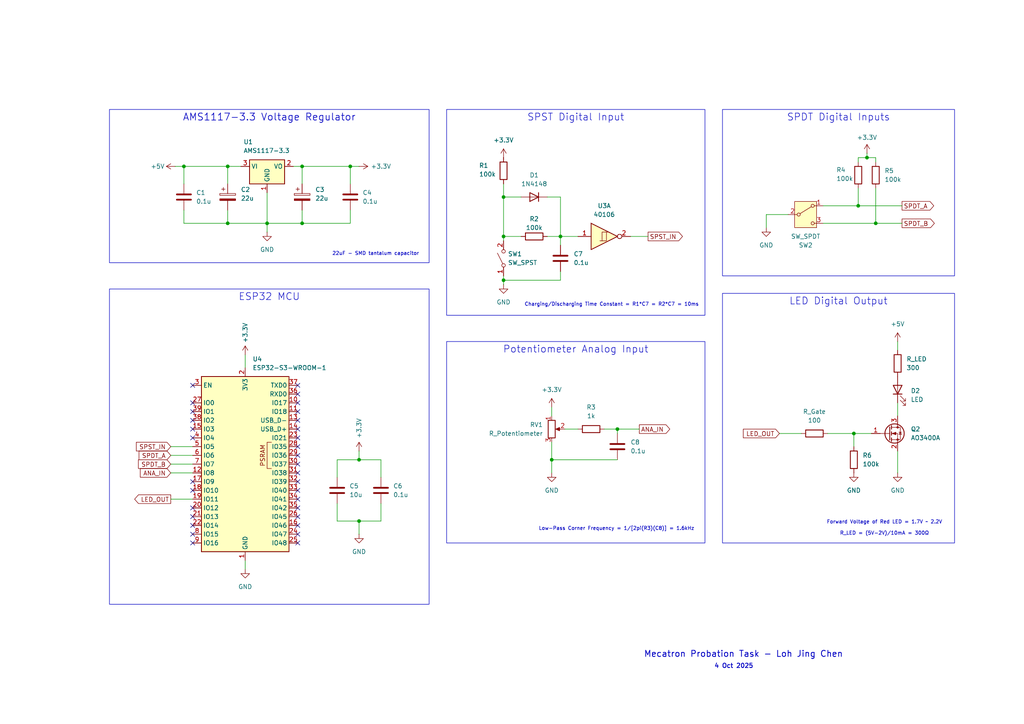
<source format=kicad_sch>
(kicad_sch
	(version 20250114)
	(generator "eeschema")
	(generator_version "9.0")
	(uuid "f65068a3-7d97-4a67-b5a6-e3b8dc1aa44d")
	(paper "A4")
	(lib_symbols
		(symbol "4xxx:40106"
			(pin_names
				(offset 1.016)
			)
			(exclude_from_sim no)
			(in_bom yes)
			(on_board yes)
			(property "Reference" "U"
				(at 0 1.27 0)
				(effects
					(font
						(size 1.27 1.27)
					)
				)
			)
			(property "Value" "40106"
				(at 0 -1.27 0)
				(effects
					(font
						(size 1.27 1.27)
					)
				)
			)
			(property "Footprint" ""
				(at 0 0 0)
				(effects
					(font
						(size 1.27 1.27)
					)
					(hide yes)
				)
			)
			(property "Datasheet" "https://assets.nexperia.com/documents/data-sheet/HEF40106B.pdf"
				(at 0 0 0)
				(effects
					(font
						(size 1.27 1.27)
					)
					(hide yes)
				)
			)
			(property "Description" "Hex Schmitt trigger inverter"
				(at 0 0 0)
				(effects
					(font
						(size 1.27 1.27)
					)
					(hide yes)
				)
			)
			(property "ki_locked" ""
				(at 0 0 0)
				(effects
					(font
						(size 1.27 1.27)
					)
				)
			)
			(property "ki_keywords" "CMOS"
				(at 0 0 0)
				(effects
					(font
						(size 1.27 1.27)
					)
					(hide yes)
				)
			)
			(property "ki_fp_filters" "DIP?14*"
				(at 0 0 0)
				(effects
					(font
						(size 1.27 1.27)
					)
					(hide yes)
				)
			)
			(symbol "40106_1_0"
				(polyline
					(pts
						(xy -3.81 3.81) (xy -3.81 -3.81) (xy 3.81 0) (xy -3.81 3.81)
					)
					(stroke
						(width 0.254)
						(type default)
					)
					(fill
						(type background)
					)
				)
				(polyline
					(pts
						(xy -1.27 -1.27) (xy 0.635 -1.27) (xy 0.635 1.27) (xy 1.27 1.27)
					)
					(stroke
						(width 0)
						(type default)
					)
					(fill
						(type none)
					)
				)
				(polyline
					(pts
						(xy -0.635 -1.27) (xy -0.635 1.27) (xy 0.635 1.27)
					)
					(stroke
						(width 0)
						(type default)
					)
					(fill
						(type none)
					)
				)
				(pin input line
					(at -7.62 0 0)
					(length 3.81)
					(name "~"
						(effects
							(font
								(size 1.27 1.27)
							)
						)
					)
					(number "1"
						(effects
							(font
								(size 1.27 1.27)
							)
						)
					)
				)
				(pin output inverted
					(at 7.62 0 180)
					(length 3.81)
					(name "~"
						(effects
							(font
								(size 1.27 1.27)
							)
						)
					)
					(number "2"
						(effects
							(font
								(size 1.27 1.27)
							)
						)
					)
				)
			)
			(symbol "40106_2_0"
				(polyline
					(pts
						(xy -3.81 3.81) (xy -3.81 -3.81) (xy 3.81 0) (xy -3.81 3.81)
					)
					(stroke
						(width 0.254)
						(type default)
					)
					(fill
						(type background)
					)
				)
				(polyline
					(pts
						(xy -1.27 -1.27) (xy 0.635 -1.27) (xy 0.635 1.27) (xy 1.27 1.27)
					)
					(stroke
						(width 0)
						(type default)
					)
					(fill
						(type none)
					)
				)
				(polyline
					(pts
						(xy -0.635 -1.27) (xy -0.635 1.27) (xy 0.635 1.27)
					)
					(stroke
						(width 0)
						(type default)
					)
					(fill
						(type none)
					)
				)
				(pin input line
					(at -7.62 0 0)
					(length 3.81)
					(name "~"
						(effects
							(font
								(size 1.27 1.27)
							)
						)
					)
					(number "3"
						(effects
							(font
								(size 1.27 1.27)
							)
						)
					)
				)
				(pin output inverted
					(at 7.62 0 180)
					(length 3.81)
					(name "~"
						(effects
							(font
								(size 1.27 1.27)
							)
						)
					)
					(number "4"
						(effects
							(font
								(size 1.27 1.27)
							)
						)
					)
				)
			)
			(symbol "40106_3_0"
				(polyline
					(pts
						(xy -3.81 3.81) (xy -3.81 -3.81) (xy 3.81 0) (xy -3.81 3.81)
					)
					(stroke
						(width 0.254)
						(type default)
					)
					(fill
						(type background)
					)
				)
				(polyline
					(pts
						(xy -1.27 -1.27) (xy 0.635 -1.27) (xy 0.635 1.27) (xy 1.27 1.27)
					)
					(stroke
						(width 0)
						(type default)
					)
					(fill
						(type none)
					)
				)
				(polyline
					(pts
						(xy -0.635 -1.27) (xy -0.635 1.27) (xy 0.635 1.27)
					)
					(stroke
						(width 0)
						(type default)
					)
					(fill
						(type none)
					)
				)
				(pin input line
					(at -7.62 0 0)
					(length 3.81)
					(name "~"
						(effects
							(font
								(size 1.27 1.27)
							)
						)
					)
					(number "5"
						(effects
							(font
								(size 1.27 1.27)
							)
						)
					)
				)
				(pin output inverted
					(at 7.62 0 180)
					(length 3.81)
					(name "~"
						(effects
							(font
								(size 1.27 1.27)
							)
						)
					)
					(number "6"
						(effects
							(font
								(size 1.27 1.27)
							)
						)
					)
				)
			)
			(symbol "40106_4_0"
				(polyline
					(pts
						(xy -3.81 3.81) (xy -3.81 -3.81) (xy 3.81 0) (xy -3.81 3.81)
					)
					(stroke
						(width 0.254)
						(type default)
					)
					(fill
						(type background)
					)
				)
				(polyline
					(pts
						(xy -1.27 -1.27) (xy 0.635 -1.27) (xy 0.635 1.27) (xy 1.27 1.27)
					)
					(stroke
						(width 0)
						(type default)
					)
					(fill
						(type none)
					)
				)
				(polyline
					(pts
						(xy -0.635 -1.27) (xy -0.635 1.27) (xy 0.635 1.27)
					)
					(stroke
						(width 0)
						(type default)
					)
					(fill
						(type none)
					)
				)
				(pin input line
					(at -7.62 0 0)
					(length 3.81)
					(name "~"
						(effects
							(font
								(size 1.27 1.27)
							)
						)
					)
					(number "9"
						(effects
							(font
								(size 1.27 1.27)
							)
						)
					)
				)
				(pin output inverted
					(at 7.62 0 180)
					(length 3.81)
					(name "~"
						(effects
							(font
								(size 1.27 1.27)
							)
						)
					)
					(number "8"
						(effects
							(font
								(size 1.27 1.27)
							)
						)
					)
				)
			)
			(symbol "40106_5_0"
				(polyline
					(pts
						(xy -3.81 3.81) (xy -3.81 -3.81) (xy 3.81 0) (xy -3.81 3.81)
					)
					(stroke
						(width 0.254)
						(type default)
					)
					(fill
						(type background)
					)
				)
				(polyline
					(pts
						(xy -1.27 -1.27) (xy 0.635 -1.27) (xy 0.635 1.27) (xy 1.27 1.27)
					)
					(stroke
						(width 0)
						(type default)
					)
					(fill
						(type none)
					)
				)
				(polyline
					(pts
						(xy -0.635 -1.27) (xy -0.635 1.27) (xy 0.635 1.27)
					)
					(stroke
						(width 0)
						(type default)
					)
					(fill
						(type none)
					)
				)
				(pin input line
					(at -7.62 0 0)
					(length 3.81)
					(name "~"
						(effects
							(font
								(size 1.27 1.27)
							)
						)
					)
					(number "11"
						(effects
							(font
								(size 1.27 1.27)
							)
						)
					)
				)
				(pin output inverted
					(at 7.62 0 180)
					(length 3.81)
					(name "~"
						(effects
							(font
								(size 1.27 1.27)
							)
						)
					)
					(number "10"
						(effects
							(font
								(size 1.27 1.27)
							)
						)
					)
				)
			)
			(symbol "40106_6_0"
				(polyline
					(pts
						(xy -3.81 3.81) (xy -3.81 -3.81) (xy 3.81 0) (xy -3.81 3.81)
					)
					(stroke
						(width 0.254)
						(type default)
					)
					(fill
						(type background)
					)
				)
				(polyline
					(pts
						(xy -1.27 -1.27) (xy 0.635 -1.27) (xy 0.635 1.27) (xy 1.27 1.27)
					)
					(stroke
						(width 0)
						(type default)
					)
					(fill
						(type none)
					)
				)
				(polyline
					(pts
						(xy -0.635 -1.27) (xy -0.635 1.27) (xy 0.635 1.27)
					)
					(stroke
						(width 0)
						(type default)
					)
					(fill
						(type none)
					)
				)
				(pin input line
					(at -7.62 0 0)
					(length 3.81)
					(name "~"
						(effects
							(font
								(size 1.27 1.27)
							)
						)
					)
					(number "13"
						(effects
							(font
								(size 1.27 1.27)
							)
						)
					)
				)
				(pin output inverted
					(at 7.62 0 180)
					(length 3.81)
					(name "~"
						(effects
							(font
								(size 1.27 1.27)
							)
						)
					)
					(number "12"
						(effects
							(font
								(size 1.27 1.27)
							)
						)
					)
				)
			)
			(symbol "40106_7_0"
				(pin power_in line
					(at 0 12.7 270)
					(length 5.08)
					(name "VDD"
						(effects
							(font
								(size 1.27 1.27)
							)
						)
					)
					(number "14"
						(effects
							(font
								(size 1.27 1.27)
							)
						)
					)
				)
				(pin power_in line
					(at 0 -12.7 90)
					(length 5.08)
					(name "VSS"
						(effects
							(font
								(size 1.27 1.27)
							)
						)
					)
					(number "7"
						(effects
							(font
								(size 1.27 1.27)
							)
						)
					)
				)
			)
			(symbol "40106_7_1"
				(rectangle
					(start -5.08 7.62)
					(end 5.08 -7.62)
					(stroke
						(width 0.254)
						(type default)
					)
					(fill
						(type background)
					)
				)
			)
			(embedded_fonts no)
		)
		(symbol "Device:C"
			(pin_numbers
				(hide yes)
			)
			(pin_names
				(offset 0.254)
			)
			(exclude_from_sim no)
			(in_bom yes)
			(on_board yes)
			(property "Reference" "C"
				(at 0.635 2.54 0)
				(effects
					(font
						(size 1.27 1.27)
					)
					(justify left)
				)
			)
			(property "Value" "C"
				(at 0.635 -2.54 0)
				(effects
					(font
						(size 1.27 1.27)
					)
					(justify left)
				)
			)
			(property "Footprint" ""
				(at 0.9652 -3.81 0)
				(effects
					(font
						(size 1.27 1.27)
					)
					(hide yes)
				)
			)
			(property "Datasheet" "~"
				(at 0 0 0)
				(effects
					(font
						(size 1.27 1.27)
					)
					(hide yes)
				)
			)
			(property "Description" "Unpolarized capacitor"
				(at 0 0 0)
				(effects
					(font
						(size 1.27 1.27)
					)
					(hide yes)
				)
			)
			(property "ki_keywords" "cap capacitor"
				(at 0 0 0)
				(effects
					(font
						(size 1.27 1.27)
					)
					(hide yes)
				)
			)
			(property "ki_fp_filters" "C_*"
				(at 0 0 0)
				(effects
					(font
						(size 1.27 1.27)
					)
					(hide yes)
				)
			)
			(symbol "C_0_1"
				(polyline
					(pts
						(xy -2.032 0.762) (xy 2.032 0.762)
					)
					(stroke
						(width 0.508)
						(type default)
					)
					(fill
						(type none)
					)
				)
				(polyline
					(pts
						(xy -2.032 -0.762) (xy 2.032 -0.762)
					)
					(stroke
						(width 0.508)
						(type default)
					)
					(fill
						(type none)
					)
				)
			)
			(symbol "C_1_1"
				(pin passive line
					(at 0 3.81 270)
					(length 2.794)
					(name "~"
						(effects
							(font
								(size 1.27 1.27)
							)
						)
					)
					(number "1"
						(effects
							(font
								(size 1.27 1.27)
							)
						)
					)
				)
				(pin passive line
					(at 0 -3.81 90)
					(length 2.794)
					(name "~"
						(effects
							(font
								(size 1.27 1.27)
							)
						)
					)
					(number "2"
						(effects
							(font
								(size 1.27 1.27)
							)
						)
					)
				)
			)
			(embedded_fonts no)
		)
		(symbol "Device:C_Polarized"
			(pin_numbers
				(hide yes)
			)
			(pin_names
				(offset 0.254)
			)
			(exclude_from_sim no)
			(in_bom yes)
			(on_board yes)
			(property "Reference" "C"
				(at 0.635 2.54 0)
				(effects
					(font
						(size 1.27 1.27)
					)
					(justify left)
				)
			)
			(property "Value" "C_Polarized"
				(at 0.635 -2.54 0)
				(effects
					(font
						(size 1.27 1.27)
					)
					(justify left)
				)
			)
			(property "Footprint" ""
				(at 0.9652 -3.81 0)
				(effects
					(font
						(size 1.27 1.27)
					)
					(hide yes)
				)
			)
			(property "Datasheet" "~"
				(at 0 0 0)
				(effects
					(font
						(size 1.27 1.27)
					)
					(hide yes)
				)
			)
			(property "Description" "Polarized capacitor"
				(at 0 0 0)
				(effects
					(font
						(size 1.27 1.27)
					)
					(hide yes)
				)
			)
			(property "ki_keywords" "cap capacitor"
				(at 0 0 0)
				(effects
					(font
						(size 1.27 1.27)
					)
					(hide yes)
				)
			)
			(property "ki_fp_filters" "CP_*"
				(at 0 0 0)
				(effects
					(font
						(size 1.27 1.27)
					)
					(hide yes)
				)
			)
			(symbol "C_Polarized_0_1"
				(rectangle
					(start -2.286 0.508)
					(end 2.286 1.016)
					(stroke
						(width 0)
						(type default)
					)
					(fill
						(type none)
					)
				)
				(polyline
					(pts
						(xy -1.778 2.286) (xy -0.762 2.286)
					)
					(stroke
						(width 0)
						(type default)
					)
					(fill
						(type none)
					)
				)
				(polyline
					(pts
						(xy -1.27 2.794) (xy -1.27 1.778)
					)
					(stroke
						(width 0)
						(type default)
					)
					(fill
						(type none)
					)
				)
				(rectangle
					(start 2.286 -0.508)
					(end -2.286 -1.016)
					(stroke
						(width 0)
						(type default)
					)
					(fill
						(type outline)
					)
				)
			)
			(symbol "C_Polarized_1_1"
				(pin passive line
					(at 0 3.81 270)
					(length 2.794)
					(name "~"
						(effects
							(font
								(size 1.27 1.27)
							)
						)
					)
					(number "1"
						(effects
							(font
								(size 1.27 1.27)
							)
						)
					)
				)
				(pin passive line
					(at 0 -3.81 90)
					(length 2.794)
					(name "~"
						(effects
							(font
								(size 1.27 1.27)
							)
						)
					)
					(number "2"
						(effects
							(font
								(size 1.27 1.27)
							)
						)
					)
				)
			)
			(embedded_fonts no)
		)
		(symbol "Device:LED"
			(pin_numbers
				(hide yes)
			)
			(pin_names
				(offset 1.016)
				(hide yes)
			)
			(exclude_from_sim no)
			(in_bom yes)
			(on_board yes)
			(property "Reference" "D"
				(at 0 2.54 0)
				(effects
					(font
						(size 1.27 1.27)
					)
				)
			)
			(property "Value" "LED"
				(at 0 -2.54 0)
				(effects
					(font
						(size 1.27 1.27)
					)
				)
			)
			(property "Footprint" ""
				(at 0 0 0)
				(effects
					(font
						(size 1.27 1.27)
					)
					(hide yes)
				)
			)
			(property "Datasheet" "~"
				(at 0 0 0)
				(effects
					(font
						(size 1.27 1.27)
					)
					(hide yes)
				)
			)
			(property "Description" "Light emitting diode"
				(at 0 0 0)
				(effects
					(font
						(size 1.27 1.27)
					)
					(hide yes)
				)
			)
			(property "Sim.Pins" "1=K 2=A"
				(at 0 0 0)
				(effects
					(font
						(size 1.27 1.27)
					)
					(hide yes)
				)
			)
			(property "ki_keywords" "LED diode"
				(at 0 0 0)
				(effects
					(font
						(size 1.27 1.27)
					)
					(hide yes)
				)
			)
			(property "ki_fp_filters" "LED* LED_SMD:* LED_THT:*"
				(at 0 0 0)
				(effects
					(font
						(size 1.27 1.27)
					)
					(hide yes)
				)
			)
			(symbol "LED_0_1"
				(polyline
					(pts
						(xy -3.048 -0.762) (xy -4.572 -2.286) (xy -3.81 -2.286) (xy -4.572 -2.286) (xy -4.572 -1.524)
					)
					(stroke
						(width 0)
						(type default)
					)
					(fill
						(type none)
					)
				)
				(polyline
					(pts
						(xy -1.778 -0.762) (xy -3.302 -2.286) (xy -2.54 -2.286) (xy -3.302 -2.286) (xy -3.302 -1.524)
					)
					(stroke
						(width 0)
						(type default)
					)
					(fill
						(type none)
					)
				)
				(polyline
					(pts
						(xy -1.27 0) (xy 1.27 0)
					)
					(stroke
						(width 0)
						(type default)
					)
					(fill
						(type none)
					)
				)
				(polyline
					(pts
						(xy -1.27 -1.27) (xy -1.27 1.27)
					)
					(stroke
						(width 0.254)
						(type default)
					)
					(fill
						(type none)
					)
				)
				(polyline
					(pts
						(xy 1.27 -1.27) (xy 1.27 1.27) (xy -1.27 0) (xy 1.27 -1.27)
					)
					(stroke
						(width 0.254)
						(type default)
					)
					(fill
						(type none)
					)
				)
			)
			(symbol "LED_1_1"
				(pin passive line
					(at -3.81 0 0)
					(length 2.54)
					(name "K"
						(effects
							(font
								(size 1.27 1.27)
							)
						)
					)
					(number "1"
						(effects
							(font
								(size 1.27 1.27)
							)
						)
					)
				)
				(pin passive line
					(at 3.81 0 180)
					(length 2.54)
					(name "A"
						(effects
							(font
								(size 1.27 1.27)
							)
						)
					)
					(number "2"
						(effects
							(font
								(size 1.27 1.27)
							)
						)
					)
				)
			)
			(embedded_fonts no)
		)
		(symbol "Device:R"
			(pin_numbers
				(hide yes)
			)
			(pin_names
				(offset 0)
			)
			(exclude_from_sim no)
			(in_bom yes)
			(on_board yes)
			(property "Reference" "R"
				(at 2.032 0 90)
				(effects
					(font
						(size 1.27 1.27)
					)
				)
			)
			(property "Value" "R"
				(at 0 0 90)
				(effects
					(font
						(size 1.27 1.27)
					)
				)
			)
			(property "Footprint" ""
				(at -1.778 0 90)
				(effects
					(font
						(size 1.27 1.27)
					)
					(hide yes)
				)
			)
			(property "Datasheet" "~"
				(at 0 0 0)
				(effects
					(font
						(size 1.27 1.27)
					)
					(hide yes)
				)
			)
			(property "Description" "Resistor"
				(at 0 0 0)
				(effects
					(font
						(size 1.27 1.27)
					)
					(hide yes)
				)
			)
			(property "ki_keywords" "R res resistor"
				(at 0 0 0)
				(effects
					(font
						(size 1.27 1.27)
					)
					(hide yes)
				)
			)
			(property "ki_fp_filters" "R_*"
				(at 0 0 0)
				(effects
					(font
						(size 1.27 1.27)
					)
					(hide yes)
				)
			)
			(symbol "R_0_1"
				(rectangle
					(start -1.016 -2.54)
					(end 1.016 2.54)
					(stroke
						(width 0.254)
						(type default)
					)
					(fill
						(type none)
					)
				)
			)
			(symbol "R_1_1"
				(pin passive line
					(at 0 3.81 270)
					(length 1.27)
					(name "~"
						(effects
							(font
								(size 1.27 1.27)
							)
						)
					)
					(number "1"
						(effects
							(font
								(size 1.27 1.27)
							)
						)
					)
				)
				(pin passive line
					(at 0 -3.81 90)
					(length 1.27)
					(name "~"
						(effects
							(font
								(size 1.27 1.27)
							)
						)
					)
					(number "2"
						(effects
							(font
								(size 1.27 1.27)
							)
						)
					)
				)
			)
			(embedded_fonts no)
		)
		(symbol "Device:R_Potentiometer"
			(pin_names
				(offset 1.016)
				(hide yes)
			)
			(exclude_from_sim no)
			(in_bom yes)
			(on_board yes)
			(property "Reference" "RV"
				(at -4.445 0 90)
				(effects
					(font
						(size 1.27 1.27)
					)
				)
			)
			(property "Value" "R_Potentiometer"
				(at -2.54 0 90)
				(effects
					(font
						(size 1.27 1.27)
					)
				)
			)
			(property "Footprint" ""
				(at 0 0 0)
				(effects
					(font
						(size 1.27 1.27)
					)
					(hide yes)
				)
			)
			(property "Datasheet" "~"
				(at 0 0 0)
				(effects
					(font
						(size 1.27 1.27)
					)
					(hide yes)
				)
			)
			(property "Description" "Potentiometer"
				(at 0 0 0)
				(effects
					(font
						(size 1.27 1.27)
					)
					(hide yes)
				)
			)
			(property "ki_keywords" "resistor variable"
				(at 0 0 0)
				(effects
					(font
						(size 1.27 1.27)
					)
					(hide yes)
				)
			)
			(property "ki_fp_filters" "Potentiometer*"
				(at 0 0 0)
				(effects
					(font
						(size 1.27 1.27)
					)
					(hide yes)
				)
			)
			(symbol "R_Potentiometer_0_1"
				(rectangle
					(start 1.016 2.54)
					(end -1.016 -2.54)
					(stroke
						(width 0.254)
						(type default)
					)
					(fill
						(type none)
					)
				)
				(polyline
					(pts
						(xy 1.143 0) (xy 2.286 0.508) (xy 2.286 -0.508) (xy 1.143 0)
					)
					(stroke
						(width 0)
						(type default)
					)
					(fill
						(type outline)
					)
				)
				(polyline
					(pts
						(xy 2.54 0) (xy 1.524 0)
					)
					(stroke
						(width 0)
						(type default)
					)
					(fill
						(type none)
					)
				)
			)
			(symbol "R_Potentiometer_1_1"
				(pin passive line
					(at 0 3.81 270)
					(length 1.27)
					(name "1"
						(effects
							(font
								(size 1.27 1.27)
							)
						)
					)
					(number "1"
						(effects
							(font
								(size 1.27 1.27)
							)
						)
					)
				)
				(pin passive line
					(at 0 -3.81 90)
					(length 1.27)
					(name "3"
						(effects
							(font
								(size 1.27 1.27)
							)
						)
					)
					(number "3"
						(effects
							(font
								(size 1.27 1.27)
							)
						)
					)
				)
				(pin passive line
					(at 3.81 0 180)
					(length 1.27)
					(name "2"
						(effects
							(font
								(size 1.27 1.27)
							)
						)
					)
					(number "2"
						(effects
							(font
								(size 1.27 1.27)
							)
						)
					)
				)
			)
			(embedded_fonts no)
		)
		(symbol "Diode:1N4148"
			(pin_numbers
				(hide yes)
			)
			(pin_names
				(hide yes)
			)
			(exclude_from_sim no)
			(in_bom yes)
			(on_board yes)
			(property "Reference" "D"
				(at 0 2.54 0)
				(effects
					(font
						(size 1.27 1.27)
					)
				)
			)
			(property "Value" "1N4148"
				(at 0 -2.54 0)
				(effects
					(font
						(size 1.27 1.27)
					)
				)
			)
			(property "Footprint" "Diode_THT:D_DO-35_SOD27_P7.62mm_Horizontal"
				(at 0 0 0)
				(effects
					(font
						(size 1.27 1.27)
					)
					(hide yes)
				)
			)
			(property "Datasheet" "https://assets.nexperia.com/documents/data-sheet/1N4148_1N4448.pdf"
				(at 0 0 0)
				(effects
					(font
						(size 1.27 1.27)
					)
					(hide yes)
				)
			)
			(property "Description" "100V 0.15A standard switching diode, DO-35"
				(at 0 0 0)
				(effects
					(font
						(size 1.27 1.27)
					)
					(hide yes)
				)
			)
			(property "Sim.Device" "D"
				(at 0 0 0)
				(effects
					(font
						(size 1.27 1.27)
					)
					(hide yes)
				)
			)
			(property "Sim.Pins" "1=K 2=A"
				(at 0 0 0)
				(effects
					(font
						(size 1.27 1.27)
					)
					(hide yes)
				)
			)
			(property "ki_keywords" "diode"
				(at 0 0 0)
				(effects
					(font
						(size 1.27 1.27)
					)
					(hide yes)
				)
			)
			(property "ki_fp_filters" "D*DO?35*"
				(at 0 0 0)
				(effects
					(font
						(size 1.27 1.27)
					)
					(hide yes)
				)
			)
			(symbol "1N4148_0_1"
				(polyline
					(pts
						(xy -1.27 1.27) (xy -1.27 -1.27)
					)
					(stroke
						(width 0.254)
						(type default)
					)
					(fill
						(type none)
					)
				)
				(polyline
					(pts
						(xy 1.27 1.27) (xy 1.27 -1.27) (xy -1.27 0) (xy 1.27 1.27)
					)
					(stroke
						(width 0.254)
						(type default)
					)
					(fill
						(type none)
					)
				)
				(polyline
					(pts
						(xy 1.27 0) (xy -1.27 0)
					)
					(stroke
						(width 0)
						(type default)
					)
					(fill
						(type none)
					)
				)
			)
			(symbol "1N4148_1_1"
				(pin passive line
					(at -3.81 0 0)
					(length 2.54)
					(name "K"
						(effects
							(font
								(size 1.27 1.27)
							)
						)
					)
					(number "1"
						(effects
							(font
								(size 1.27 1.27)
							)
						)
					)
				)
				(pin passive line
					(at 3.81 0 180)
					(length 2.54)
					(name "A"
						(effects
							(font
								(size 1.27 1.27)
							)
						)
					)
					(number "2"
						(effects
							(font
								(size 1.27 1.27)
							)
						)
					)
				)
			)
			(embedded_fonts no)
		)
		(symbol "RF_Module:ESP32-S3-WROOM-1"
			(exclude_from_sim no)
			(in_bom yes)
			(on_board yes)
			(property "Reference" "U"
				(at -12.7 26.67 0)
				(effects
					(font
						(size 1.27 1.27)
					)
				)
			)
			(property "Value" "ESP32-S3-WROOM-1"
				(at 12.7 26.67 0)
				(effects
					(font
						(size 1.27 1.27)
					)
				)
			)
			(property "Footprint" "RF_Module:ESP32-S3-WROOM-1"
				(at 0 2.54 0)
				(effects
					(font
						(size 1.27 1.27)
					)
					(hide yes)
				)
			)
			(property "Datasheet" "https://www.espressif.com/sites/default/files/documentation/esp32-s3-wroom-1_wroom-1u_datasheet_en.pdf"
				(at 0 0 0)
				(effects
					(font
						(size 1.27 1.27)
					)
					(hide yes)
				)
			)
			(property "Description" "RF Module, ESP32-S3 SoC, Wi-Fi 802.11b/g/n, Bluetooth, BLE, 32-bit, 3.3V, onboard antenna, SMD"
				(at 0 0 0)
				(effects
					(font
						(size 1.27 1.27)
					)
					(hide yes)
				)
			)
			(property "ki_keywords" "RF Radio BT ESP ESP32-S3 Espressif onboard PCB antenna"
				(at 0 0 0)
				(effects
					(font
						(size 1.27 1.27)
					)
					(hide yes)
				)
			)
			(property "ki_fp_filters" "ESP32?S3?WROOM?1*"
				(at 0 0 0)
				(effects
					(font
						(size 1.27 1.27)
					)
					(hide yes)
				)
			)
			(symbol "ESP32-S3-WROOM-1_0_0"
				(rectangle
					(start -12.7 25.4)
					(end 12.7 -25.4)
					(stroke
						(width 0.254)
						(type default)
					)
					(fill
						(type background)
					)
				)
				(text "PSRAM"
					(at 5.08 2.54 900)
					(effects
						(font
							(size 1.27 1.27)
						)
					)
				)
			)
			(symbol "ESP32-S3-WROOM-1_0_1"
				(polyline
					(pts
						(xy 7.62 -1.27) (xy 6.35 -1.27) (xy 6.35 6.35) (xy 7.62 6.35)
					)
					(stroke
						(width 0)
						(type default)
					)
					(fill
						(type none)
					)
				)
			)
			(symbol "ESP32-S3-WROOM-1_1_1"
				(pin input line
					(at -15.24 22.86 0)
					(length 2.54)
					(name "EN"
						(effects
							(font
								(size 1.27 1.27)
							)
						)
					)
					(number "3"
						(effects
							(font
								(size 1.27 1.27)
							)
						)
					)
				)
				(pin bidirectional line
					(at -15.24 17.78 0)
					(length 2.54)
					(name "IO0"
						(effects
							(font
								(size 1.27 1.27)
							)
						)
					)
					(number "27"
						(effects
							(font
								(size 1.27 1.27)
							)
						)
					)
				)
				(pin bidirectional line
					(at -15.24 15.24 0)
					(length 2.54)
					(name "IO1"
						(effects
							(font
								(size 1.27 1.27)
							)
						)
					)
					(number "39"
						(effects
							(font
								(size 1.27 1.27)
							)
						)
					)
				)
				(pin bidirectional line
					(at -15.24 12.7 0)
					(length 2.54)
					(name "IO2"
						(effects
							(font
								(size 1.27 1.27)
							)
						)
					)
					(number "38"
						(effects
							(font
								(size 1.27 1.27)
							)
						)
					)
				)
				(pin bidirectional line
					(at -15.24 10.16 0)
					(length 2.54)
					(name "IO3"
						(effects
							(font
								(size 1.27 1.27)
							)
						)
					)
					(number "15"
						(effects
							(font
								(size 1.27 1.27)
							)
						)
					)
				)
				(pin bidirectional line
					(at -15.24 7.62 0)
					(length 2.54)
					(name "IO4"
						(effects
							(font
								(size 1.27 1.27)
							)
						)
					)
					(number "4"
						(effects
							(font
								(size 1.27 1.27)
							)
						)
					)
				)
				(pin bidirectional line
					(at -15.24 5.08 0)
					(length 2.54)
					(name "IO5"
						(effects
							(font
								(size 1.27 1.27)
							)
						)
					)
					(number "5"
						(effects
							(font
								(size 1.27 1.27)
							)
						)
					)
				)
				(pin bidirectional line
					(at -15.24 2.54 0)
					(length 2.54)
					(name "IO6"
						(effects
							(font
								(size 1.27 1.27)
							)
						)
					)
					(number "6"
						(effects
							(font
								(size 1.27 1.27)
							)
						)
					)
				)
				(pin bidirectional line
					(at -15.24 0 0)
					(length 2.54)
					(name "IO7"
						(effects
							(font
								(size 1.27 1.27)
							)
						)
					)
					(number "7"
						(effects
							(font
								(size 1.27 1.27)
							)
						)
					)
				)
				(pin bidirectional line
					(at -15.24 -2.54 0)
					(length 2.54)
					(name "IO8"
						(effects
							(font
								(size 1.27 1.27)
							)
						)
					)
					(number "12"
						(effects
							(font
								(size 1.27 1.27)
							)
						)
					)
				)
				(pin bidirectional line
					(at -15.24 -5.08 0)
					(length 2.54)
					(name "IO9"
						(effects
							(font
								(size 1.27 1.27)
							)
						)
					)
					(number "17"
						(effects
							(font
								(size 1.27 1.27)
							)
						)
					)
				)
				(pin bidirectional line
					(at -15.24 -7.62 0)
					(length 2.54)
					(name "IO10"
						(effects
							(font
								(size 1.27 1.27)
							)
						)
					)
					(number "18"
						(effects
							(font
								(size 1.27 1.27)
							)
						)
					)
				)
				(pin bidirectional line
					(at -15.24 -10.16 0)
					(length 2.54)
					(name "IO11"
						(effects
							(font
								(size 1.27 1.27)
							)
						)
					)
					(number "19"
						(effects
							(font
								(size 1.27 1.27)
							)
						)
					)
				)
				(pin bidirectional line
					(at -15.24 -12.7 0)
					(length 2.54)
					(name "IO12"
						(effects
							(font
								(size 1.27 1.27)
							)
						)
					)
					(number "20"
						(effects
							(font
								(size 1.27 1.27)
							)
						)
					)
				)
				(pin bidirectional line
					(at -15.24 -15.24 0)
					(length 2.54)
					(name "IO13"
						(effects
							(font
								(size 1.27 1.27)
							)
						)
					)
					(number "21"
						(effects
							(font
								(size 1.27 1.27)
							)
						)
					)
				)
				(pin bidirectional line
					(at -15.24 -17.78 0)
					(length 2.54)
					(name "IO14"
						(effects
							(font
								(size 1.27 1.27)
							)
						)
					)
					(number "22"
						(effects
							(font
								(size 1.27 1.27)
							)
						)
					)
				)
				(pin bidirectional line
					(at -15.24 -20.32 0)
					(length 2.54)
					(name "IO15"
						(effects
							(font
								(size 1.27 1.27)
							)
						)
					)
					(number "8"
						(effects
							(font
								(size 1.27 1.27)
							)
						)
					)
				)
				(pin bidirectional line
					(at -15.24 -22.86 0)
					(length 2.54)
					(name "IO16"
						(effects
							(font
								(size 1.27 1.27)
							)
						)
					)
					(number "9"
						(effects
							(font
								(size 1.27 1.27)
							)
						)
					)
				)
				(pin power_in line
					(at 0 27.94 270)
					(length 2.54)
					(name "3V3"
						(effects
							(font
								(size 1.27 1.27)
							)
						)
					)
					(number "2"
						(effects
							(font
								(size 1.27 1.27)
							)
						)
					)
				)
				(pin power_in line
					(at 0 -27.94 90)
					(length 2.54)
					(name "GND"
						(effects
							(font
								(size 1.27 1.27)
							)
						)
					)
					(number "1"
						(effects
							(font
								(size 1.27 1.27)
							)
						)
					)
				)
				(pin passive line
					(at 0 -27.94 90)
					(length 2.54)
					(hide yes)
					(name "GND"
						(effects
							(font
								(size 1.27 1.27)
							)
						)
					)
					(number "40"
						(effects
							(font
								(size 1.27 1.27)
							)
						)
					)
				)
				(pin passive line
					(at 0 -27.94 90)
					(length 2.54)
					(hide yes)
					(name "GND"
						(effects
							(font
								(size 1.27 1.27)
							)
						)
					)
					(number "41"
						(effects
							(font
								(size 1.27 1.27)
							)
						)
					)
				)
				(pin bidirectional line
					(at 15.24 22.86 180)
					(length 2.54)
					(name "TXD0"
						(effects
							(font
								(size 1.27 1.27)
							)
						)
					)
					(number "37"
						(effects
							(font
								(size 1.27 1.27)
							)
						)
					)
				)
				(pin bidirectional line
					(at 15.24 20.32 180)
					(length 2.54)
					(name "RXD0"
						(effects
							(font
								(size 1.27 1.27)
							)
						)
					)
					(number "36"
						(effects
							(font
								(size 1.27 1.27)
							)
						)
					)
				)
				(pin bidirectional line
					(at 15.24 17.78 180)
					(length 2.54)
					(name "IO17"
						(effects
							(font
								(size 1.27 1.27)
							)
						)
					)
					(number "10"
						(effects
							(font
								(size 1.27 1.27)
							)
						)
					)
				)
				(pin bidirectional line
					(at 15.24 15.24 180)
					(length 2.54)
					(name "IO18"
						(effects
							(font
								(size 1.27 1.27)
							)
						)
					)
					(number "11"
						(effects
							(font
								(size 1.27 1.27)
							)
						)
					)
				)
				(pin bidirectional line
					(at 15.24 12.7 180)
					(length 2.54)
					(name "USB_D-"
						(effects
							(font
								(size 1.27 1.27)
							)
						)
					)
					(number "13"
						(effects
							(font
								(size 1.27 1.27)
							)
						)
					)
					(alternate "IO19" bidirectional line)
				)
				(pin bidirectional line
					(at 15.24 10.16 180)
					(length 2.54)
					(name "USB_D+"
						(effects
							(font
								(size 1.27 1.27)
							)
						)
					)
					(number "14"
						(effects
							(font
								(size 1.27 1.27)
							)
						)
					)
					(alternate "IO20" bidirectional line)
				)
				(pin bidirectional line
					(at 15.24 7.62 180)
					(length 2.54)
					(name "IO21"
						(effects
							(font
								(size 1.27 1.27)
							)
						)
					)
					(number "23"
						(effects
							(font
								(size 1.27 1.27)
							)
						)
					)
				)
				(pin bidirectional line
					(at 15.24 5.08 180)
					(length 2.54)
					(name "IO35"
						(effects
							(font
								(size 1.27 1.27)
							)
						)
					)
					(number "28"
						(effects
							(font
								(size 1.27 1.27)
							)
						)
					)
				)
				(pin bidirectional line
					(at 15.24 2.54 180)
					(length 2.54)
					(name "IO36"
						(effects
							(font
								(size 1.27 1.27)
							)
						)
					)
					(number "29"
						(effects
							(font
								(size 1.27 1.27)
							)
						)
					)
				)
				(pin bidirectional line
					(at 15.24 0 180)
					(length 2.54)
					(name "IO37"
						(effects
							(font
								(size 1.27 1.27)
							)
						)
					)
					(number "30"
						(effects
							(font
								(size 1.27 1.27)
							)
						)
					)
				)
				(pin bidirectional line
					(at 15.24 -2.54 180)
					(length 2.54)
					(name "IO38"
						(effects
							(font
								(size 1.27 1.27)
							)
						)
					)
					(number "31"
						(effects
							(font
								(size 1.27 1.27)
							)
						)
					)
				)
				(pin bidirectional line
					(at 15.24 -5.08 180)
					(length 2.54)
					(name "IO39"
						(effects
							(font
								(size 1.27 1.27)
							)
						)
					)
					(number "32"
						(effects
							(font
								(size 1.27 1.27)
							)
						)
					)
				)
				(pin bidirectional line
					(at 15.24 -7.62 180)
					(length 2.54)
					(name "IO40"
						(effects
							(font
								(size 1.27 1.27)
							)
						)
					)
					(number "33"
						(effects
							(font
								(size 1.27 1.27)
							)
						)
					)
				)
				(pin bidirectional line
					(at 15.24 -10.16 180)
					(length 2.54)
					(name "IO41"
						(effects
							(font
								(size 1.27 1.27)
							)
						)
					)
					(number "34"
						(effects
							(font
								(size 1.27 1.27)
							)
						)
					)
				)
				(pin bidirectional line
					(at 15.24 -12.7 180)
					(length 2.54)
					(name "IO42"
						(effects
							(font
								(size 1.27 1.27)
							)
						)
					)
					(number "35"
						(effects
							(font
								(size 1.27 1.27)
							)
						)
					)
				)
				(pin bidirectional line
					(at 15.24 -15.24 180)
					(length 2.54)
					(name "IO45"
						(effects
							(font
								(size 1.27 1.27)
							)
						)
					)
					(number "26"
						(effects
							(font
								(size 1.27 1.27)
							)
						)
					)
				)
				(pin bidirectional line
					(at 15.24 -17.78 180)
					(length 2.54)
					(name "IO46"
						(effects
							(font
								(size 1.27 1.27)
							)
						)
					)
					(number "16"
						(effects
							(font
								(size 1.27 1.27)
							)
						)
					)
				)
				(pin bidirectional line
					(at 15.24 -20.32 180)
					(length 2.54)
					(name "IO47"
						(effects
							(font
								(size 1.27 1.27)
							)
						)
					)
					(number "24"
						(effects
							(font
								(size 1.27 1.27)
							)
						)
					)
				)
				(pin bidirectional line
					(at 15.24 -22.86 180)
					(length 2.54)
					(name "IO48"
						(effects
							(font
								(size 1.27 1.27)
							)
						)
					)
					(number "25"
						(effects
							(font
								(size 1.27 1.27)
							)
						)
					)
				)
			)
			(embedded_fonts no)
		)
		(symbol "Regulator_Linear:AMS1117-3.3"
			(exclude_from_sim no)
			(in_bom yes)
			(on_board yes)
			(property "Reference" "U"
				(at -3.81 3.175 0)
				(effects
					(font
						(size 1.27 1.27)
					)
				)
			)
			(property "Value" "AMS1117-3.3"
				(at 0 3.175 0)
				(effects
					(font
						(size 1.27 1.27)
					)
					(justify left)
				)
			)
			(property "Footprint" "Package_TO_SOT_SMD:SOT-223-3_TabPin2"
				(at 0 5.08 0)
				(effects
					(font
						(size 1.27 1.27)
					)
					(hide yes)
				)
			)
			(property "Datasheet" "http://www.advanced-monolithic.com/pdf/ds1117.pdf"
				(at 2.54 -6.35 0)
				(effects
					(font
						(size 1.27 1.27)
					)
					(hide yes)
				)
			)
			(property "Description" "1A Low Dropout regulator, positive, 3.3V fixed output, SOT-223"
				(at 0 0 0)
				(effects
					(font
						(size 1.27 1.27)
					)
					(hide yes)
				)
			)
			(property "ki_keywords" "linear regulator ldo fixed positive"
				(at 0 0 0)
				(effects
					(font
						(size 1.27 1.27)
					)
					(hide yes)
				)
			)
			(property "ki_fp_filters" "SOT?223*TabPin2*"
				(at 0 0 0)
				(effects
					(font
						(size 1.27 1.27)
					)
					(hide yes)
				)
			)
			(symbol "AMS1117-3.3_0_1"
				(rectangle
					(start -5.08 -5.08)
					(end 5.08 1.905)
					(stroke
						(width 0.254)
						(type default)
					)
					(fill
						(type background)
					)
				)
			)
			(symbol "AMS1117-3.3_1_1"
				(pin power_in line
					(at -7.62 0 0)
					(length 2.54)
					(name "VI"
						(effects
							(font
								(size 1.27 1.27)
							)
						)
					)
					(number "3"
						(effects
							(font
								(size 1.27 1.27)
							)
						)
					)
				)
				(pin power_in line
					(at 0 -7.62 90)
					(length 2.54)
					(name "GND"
						(effects
							(font
								(size 1.27 1.27)
							)
						)
					)
					(number "1"
						(effects
							(font
								(size 1.27 1.27)
							)
						)
					)
				)
				(pin power_out line
					(at 7.62 0 180)
					(length 2.54)
					(name "VO"
						(effects
							(font
								(size 1.27 1.27)
							)
						)
					)
					(number "2"
						(effects
							(font
								(size 1.27 1.27)
							)
						)
					)
				)
			)
			(embedded_fonts no)
		)
		(symbol "Switch:SW_SPDT"
			(pin_names
				(offset 0)
				(hide yes)
			)
			(exclude_from_sim no)
			(in_bom yes)
			(on_board yes)
			(property "Reference" "SW"
				(at 0 5.08 0)
				(effects
					(font
						(size 1.27 1.27)
					)
				)
			)
			(property "Value" "SW_SPDT"
				(at 0 -5.08 0)
				(effects
					(font
						(size 1.27 1.27)
					)
				)
			)
			(property "Footprint" ""
				(at 0 0 0)
				(effects
					(font
						(size 1.27 1.27)
					)
					(hide yes)
				)
			)
			(property "Datasheet" "~"
				(at 0 -7.62 0)
				(effects
					(font
						(size 1.27 1.27)
					)
					(hide yes)
				)
			)
			(property "Description" "Switch, single pole double throw"
				(at 0 0 0)
				(effects
					(font
						(size 1.27 1.27)
					)
					(hide yes)
				)
			)
			(property "ki_keywords" "switch single-pole double-throw spdt ON-ON"
				(at 0 0 0)
				(effects
					(font
						(size 1.27 1.27)
					)
					(hide yes)
				)
			)
			(symbol "SW_SPDT_0_1"
				(circle
					(center -2.032 0)
					(radius 0.4572)
					(stroke
						(width 0)
						(type default)
					)
					(fill
						(type none)
					)
				)
				(polyline
					(pts
						(xy -1.651 0.254) (xy 1.651 2.286)
					)
					(stroke
						(width 0)
						(type default)
					)
					(fill
						(type none)
					)
				)
				(circle
					(center 2.032 2.54)
					(radius 0.4572)
					(stroke
						(width 0)
						(type default)
					)
					(fill
						(type none)
					)
				)
				(circle
					(center 2.032 -2.54)
					(radius 0.4572)
					(stroke
						(width 0)
						(type default)
					)
					(fill
						(type none)
					)
				)
			)
			(symbol "SW_SPDT_1_1"
				(rectangle
					(start -3.175 3.81)
					(end 3.175 -3.81)
					(stroke
						(width 0)
						(type default)
					)
					(fill
						(type background)
					)
				)
				(pin passive line
					(at -5.08 0 0)
					(length 2.54)
					(name "B"
						(effects
							(font
								(size 1.27 1.27)
							)
						)
					)
					(number "2"
						(effects
							(font
								(size 1.27 1.27)
							)
						)
					)
				)
				(pin passive line
					(at 5.08 2.54 180)
					(length 2.54)
					(name "A"
						(effects
							(font
								(size 1.27 1.27)
							)
						)
					)
					(number "1"
						(effects
							(font
								(size 1.27 1.27)
							)
						)
					)
				)
				(pin passive line
					(at 5.08 -2.54 180)
					(length 2.54)
					(name "C"
						(effects
							(font
								(size 1.27 1.27)
							)
						)
					)
					(number "3"
						(effects
							(font
								(size 1.27 1.27)
							)
						)
					)
				)
			)
			(embedded_fonts no)
		)
		(symbol "Switch:SW_SPST"
			(pin_names
				(offset 0)
				(hide yes)
			)
			(exclude_from_sim no)
			(in_bom yes)
			(on_board yes)
			(property "Reference" "SW"
				(at 0 3.175 0)
				(effects
					(font
						(size 1.27 1.27)
					)
				)
			)
			(property "Value" "SW_SPST"
				(at 0 -2.54 0)
				(effects
					(font
						(size 1.27 1.27)
					)
				)
			)
			(property "Footprint" ""
				(at 0 0 0)
				(effects
					(font
						(size 1.27 1.27)
					)
					(hide yes)
				)
			)
			(property "Datasheet" "~"
				(at 0 0 0)
				(effects
					(font
						(size 1.27 1.27)
					)
					(hide yes)
				)
			)
			(property "Description" "Single Pole Single Throw (SPST) switch"
				(at 0 0 0)
				(effects
					(font
						(size 1.27 1.27)
					)
					(hide yes)
				)
			)
			(property "ki_keywords" "switch lever"
				(at 0 0 0)
				(effects
					(font
						(size 1.27 1.27)
					)
					(hide yes)
				)
			)
			(symbol "SW_SPST_0_0"
				(circle
					(center -2.032 0)
					(radius 0.508)
					(stroke
						(width 0)
						(type default)
					)
					(fill
						(type none)
					)
				)
				(polyline
					(pts
						(xy -1.524 0.254) (xy 1.524 1.778)
					)
					(stroke
						(width 0)
						(type default)
					)
					(fill
						(type none)
					)
				)
				(circle
					(center 2.032 0)
					(radius 0.508)
					(stroke
						(width 0)
						(type default)
					)
					(fill
						(type none)
					)
				)
			)
			(symbol "SW_SPST_1_1"
				(pin passive line
					(at -5.08 0 0)
					(length 2.54)
					(name "A"
						(effects
							(font
								(size 1.27 1.27)
							)
						)
					)
					(number "1"
						(effects
							(font
								(size 1.27 1.27)
							)
						)
					)
				)
				(pin passive line
					(at 5.08 0 180)
					(length 2.54)
					(name "B"
						(effects
							(font
								(size 1.27 1.27)
							)
						)
					)
					(number "2"
						(effects
							(font
								(size 1.27 1.27)
							)
						)
					)
				)
			)
			(embedded_fonts no)
		)
		(symbol "Transistor_FET:AO3400A"
			(pin_names
				(offset 0)
				(hide yes)
			)
			(exclude_from_sim no)
			(in_bom yes)
			(on_board yes)
			(property "Reference" "Q"
				(at 5.08 1.905 0)
				(effects
					(font
						(size 1.27 1.27)
					)
					(justify left)
				)
			)
			(property "Value" "AO3400A"
				(at 5.08 0 0)
				(effects
					(font
						(size 1.27 1.27)
					)
					(justify left)
				)
			)
			(property "Footprint" "Package_TO_SOT_SMD:SOT-23"
				(at 5.08 -1.905 0)
				(effects
					(font
						(size 1.27 1.27)
						(italic yes)
					)
					(justify left)
					(hide yes)
				)
			)
			(property "Datasheet" "http://www.aosmd.com/pdfs/datasheet/AO3400A.pdf"
				(at 5.08 -3.81 0)
				(effects
					(font
						(size 1.27 1.27)
					)
					(justify left)
					(hide yes)
				)
			)
			(property "Description" "30V Vds, 5.7A Id, N-Channel MOSFET, SOT-23"
				(at 0 0 0)
				(effects
					(font
						(size 1.27 1.27)
					)
					(hide yes)
				)
			)
			(property "ki_keywords" "N-Channel MOSFET"
				(at 0 0 0)
				(effects
					(font
						(size 1.27 1.27)
					)
					(hide yes)
				)
			)
			(property "ki_fp_filters" "SOT?23*"
				(at 0 0 0)
				(effects
					(font
						(size 1.27 1.27)
					)
					(hide yes)
				)
			)
			(symbol "AO3400A_0_1"
				(polyline
					(pts
						(xy 0.254 1.905) (xy 0.254 -1.905)
					)
					(stroke
						(width 0.254)
						(type default)
					)
					(fill
						(type none)
					)
				)
				(polyline
					(pts
						(xy 0.254 0) (xy -2.54 0)
					)
					(stroke
						(width 0)
						(type default)
					)
					(fill
						(type none)
					)
				)
				(polyline
					(pts
						(xy 0.762 2.286) (xy 0.762 1.27)
					)
					(stroke
						(width 0.254)
						(type default)
					)
					(fill
						(type none)
					)
				)
				(polyline
					(pts
						(xy 0.762 0.508) (xy 0.762 -0.508)
					)
					(stroke
						(width 0.254)
						(type default)
					)
					(fill
						(type none)
					)
				)
				(polyline
					(pts
						(xy 0.762 -1.27) (xy 0.762 -2.286)
					)
					(stroke
						(width 0.254)
						(type default)
					)
					(fill
						(type none)
					)
				)
				(polyline
					(pts
						(xy 0.762 -1.778) (xy 3.302 -1.778) (xy 3.302 1.778) (xy 0.762 1.778)
					)
					(stroke
						(width 0)
						(type default)
					)
					(fill
						(type none)
					)
				)
				(polyline
					(pts
						(xy 1.016 0) (xy 2.032 0.381) (xy 2.032 -0.381) (xy 1.016 0)
					)
					(stroke
						(width 0)
						(type default)
					)
					(fill
						(type outline)
					)
				)
				(circle
					(center 1.651 0)
					(radius 2.794)
					(stroke
						(width 0.254)
						(type default)
					)
					(fill
						(type none)
					)
				)
				(polyline
					(pts
						(xy 2.54 2.54) (xy 2.54 1.778)
					)
					(stroke
						(width 0)
						(type default)
					)
					(fill
						(type none)
					)
				)
				(circle
					(center 2.54 1.778)
					(radius 0.254)
					(stroke
						(width 0)
						(type default)
					)
					(fill
						(type outline)
					)
				)
				(circle
					(center 2.54 -1.778)
					(radius 0.254)
					(stroke
						(width 0)
						(type default)
					)
					(fill
						(type outline)
					)
				)
				(polyline
					(pts
						(xy 2.54 -2.54) (xy 2.54 0) (xy 0.762 0)
					)
					(stroke
						(width 0)
						(type default)
					)
					(fill
						(type none)
					)
				)
				(polyline
					(pts
						(xy 2.921 0.381) (xy 3.683 0.381)
					)
					(stroke
						(width 0)
						(type default)
					)
					(fill
						(type none)
					)
				)
				(polyline
					(pts
						(xy 3.302 0.381) (xy 2.921 -0.254) (xy 3.683 -0.254) (xy 3.302 0.381)
					)
					(stroke
						(width 0)
						(type default)
					)
					(fill
						(type none)
					)
				)
			)
			(symbol "AO3400A_1_1"
				(pin input line
					(at -5.08 0 0)
					(length 2.54)
					(name "G"
						(effects
							(font
								(size 1.27 1.27)
							)
						)
					)
					(number "1"
						(effects
							(font
								(size 1.27 1.27)
							)
						)
					)
				)
				(pin passive line
					(at 2.54 5.08 270)
					(length 2.54)
					(name "D"
						(effects
							(font
								(size 1.27 1.27)
							)
						)
					)
					(number "3"
						(effects
							(font
								(size 1.27 1.27)
							)
						)
					)
				)
				(pin passive line
					(at 2.54 -5.08 90)
					(length 2.54)
					(name "S"
						(effects
							(font
								(size 1.27 1.27)
							)
						)
					)
					(number "2"
						(effects
							(font
								(size 1.27 1.27)
							)
						)
					)
				)
			)
			(embedded_fonts no)
		)
		(symbol "power:+3.3V"
			(power)
			(pin_numbers
				(hide yes)
			)
			(pin_names
				(offset 0)
				(hide yes)
			)
			(exclude_from_sim no)
			(in_bom yes)
			(on_board yes)
			(property "Reference" "#PWR"
				(at 0 -3.81 0)
				(effects
					(font
						(size 1.27 1.27)
					)
					(hide yes)
				)
			)
			(property "Value" "+3.3V"
				(at 0 3.556 0)
				(effects
					(font
						(size 1.27 1.27)
					)
				)
			)
			(property "Footprint" ""
				(at 0 0 0)
				(effects
					(font
						(size 1.27 1.27)
					)
					(hide yes)
				)
			)
			(property "Datasheet" ""
				(at 0 0 0)
				(effects
					(font
						(size 1.27 1.27)
					)
					(hide yes)
				)
			)
			(property "Description" "Power symbol creates a global label with name \"+3.3V\""
				(at 0 0 0)
				(effects
					(font
						(size 1.27 1.27)
					)
					(hide yes)
				)
			)
			(property "ki_keywords" "global power"
				(at 0 0 0)
				(effects
					(font
						(size 1.27 1.27)
					)
					(hide yes)
				)
			)
			(symbol "+3.3V_0_1"
				(polyline
					(pts
						(xy -0.762 1.27) (xy 0 2.54)
					)
					(stroke
						(width 0)
						(type default)
					)
					(fill
						(type none)
					)
				)
				(polyline
					(pts
						(xy 0 2.54) (xy 0.762 1.27)
					)
					(stroke
						(width 0)
						(type default)
					)
					(fill
						(type none)
					)
				)
				(polyline
					(pts
						(xy 0 0) (xy 0 2.54)
					)
					(stroke
						(width 0)
						(type default)
					)
					(fill
						(type none)
					)
				)
			)
			(symbol "+3.3V_1_1"
				(pin power_in line
					(at 0 0 90)
					(length 0)
					(name "~"
						(effects
							(font
								(size 1.27 1.27)
							)
						)
					)
					(number "1"
						(effects
							(font
								(size 1.27 1.27)
							)
						)
					)
				)
			)
			(embedded_fonts no)
		)
		(symbol "power:+5V"
			(power)
			(pin_numbers
				(hide yes)
			)
			(pin_names
				(offset 0)
				(hide yes)
			)
			(exclude_from_sim no)
			(in_bom yes)
			(on_board yes)
			(property "Reference" "#PWR"
				(at 0 -3.81 0)
				(effects
					(font
						(size 1.27 1.27)
					)
					(hide yes)
				)
			)
			(property "Value" "+5V"
				(at 0 3.556 0)
				(effects
					(font
						(size 1.27 1.27)
					)
				)
			)
			(property "Footprint" ""
				(at 0 0 0)
				(effects
					(font
						(size 1.27 1.27)
					)
					(hide yes)
				)
			)
			(property "Datasheet" ""
				(at 0 0 0)
				(effects
					(font
						(size 1.27 1.27)
					)
					(hide yes)
				)
			)
			(property "Description" "Power symbol creates a global label with name \"+5V\""
				(at 0 0 0)
				(effects
					(font
						(size 1.27 1.27)
					)
					(hide yes)
				)
			)
			(property "ki_keywords" "global power"
				(at 0 0 0)
				(effects
					(font
						(size 1.27 1.27)
					)
					(hide yes)
				)
			)
			(symbol "+5V_0_1"
				(polyline
					(pts
						(xy -0.762 1.27) (xy 0 2.54)
					)
					(stroke
						(width 0)
						(type default)
					)
					(fill
						(type none)
					)
				)
				(polyline
					(pts
						(xy 0 2.54) (xy 0.762 1.27)
					)
					(stroke
						(width 0)
						(type default)
					)
					(fill
						(type none)
					)
				)
				(polyline
					(pts
						(xy 0 0) (xy 0 2.54)
					)
					(stroke
						(width 0)
						(type default)
					)
					(fill
						(type none)
					)
				)
			)
			(symbol "+5V_1_1"
				(pin power_in line
					(at 0 0 90)
					(length 0)
					(name "~"
						(effects
							(font
								(size 1.27 1.27)
							)
						)
					)
					(number "1"
						(effects
							(font
								(size 1.27 1.27)
							)
						)
					)
				)
			)
			(embedded_fonts no)
		)
		(symbol "power:GND"
			(power)
			(pin_numbers
				(hide yes)
			)
			(pin_names
				(offset 0)
				(hide yes)
			)
			(exclude_from_sim no)
			(in_bom yes)
			(on_board yes)
			(property "Reference" "#PWR"
				(at 0 -6.35 0)
				(effects
					(font
						(size 1.27 1.27)
					)
					(hide yes)
				)
			)
			(property "Value" "GND"
				(at 0 -3.81 0)
				(effects
					(font
						(size 1.27 1.27)
					)
				)
			)
			(property "Footprint" ""
				(at 0 0 0)
				(effects
					(font
						(size 1.27 1.27)
					)
					(hide yes)
				)
			)
			(property "Datasheet" ""
				(at 0 0 0)
				(effects
					(font
						(size 1.27 1.27)
					)
					(hide yes)
				)
			)
			(property "Description" "Power symbol creates a global label with name \"GND\" , ground"
				(at 0 0 0)
				(effects
					(font
						(size 1.27 1.27)
					)
					(hide yes)
				)
			)
			(property "ki_keywords" "global power"
				(at 0 0 0)
				(effects
					(font
						(size 1.27 1.27)
					)
					(hide yes)
				)
			)
			(symbol "GND_0_1"
				(polyline
					(pts
						(xy 0 0) (xy 0 -1.27) (xy 1.27 -1.27) (xy 0 -2.54) (xy -1.27 -1.27) (xy 0 -1.27)
					)
					(stroke
						(width 0)
						(type default)
					)
					(fill
						(type none)
					)
				)
			)
			(symbol "GND_1_1"
				(pin power_in line
					(at 0 0 270)
					(length 0)
					(name "~"
						(effects
							(font
								(size 1.27 1.27)
							)
						)
					)
					(number "1"
						(effects
							(font
								(size 1.27 1.27)
							)
						)
					)
				)
			)
			(embedded_fonts no)
		)
	)
	(text "Charging/Discharging Time Constant = R1*C7 = R2*C7 = 10ms "
		(exclude_from_sim no)
		(at 177.8 88.392 0)
		(effects
			(font
				(size 1.016 1.016)
			)
		)
		(uuid "0145f2ee-5d70-4092-a477-56194879ceb8")
	)
	(text "4 Oct 2025\n"
		(exclude_from_sim no)
		(at 212.852 193.294 0)
		(effects
			(font
				(size 1.27 1.27)
				(thickness 0.2223)
			)
		)
		(uuid "2e25931b-0b8b-44c1-b251-d9da41a831e7")
	)
	(text "22uF - SMD tantalum capacitor\n"
		(exclude_from_sim no)
		(at 108.966 73.66 0)
		(effects
			(font
				(size 1.016 1.016)
			)
		)
		(uuid "6683fbff-9619-4af0-a8e9-16d71b755aa0")
	)
	(text "Low-Pass Corner Frequency = 1/[2pi(R3)(C8)] = 1.6kHz\n"
		(exclude_from_sim no)
		(at 178.816 153.416 0)
		(effects
			(font
				(size 1.016 1.016)
			)
		)
		(uuid "718de225-c5fc-4196-8be6-5d375ca6c648")
	)
	(text "Mecatron Probation Task - Loh Jing Chen\n\n"
		(exclude_from_sim no)
		(at 215.646 191.262 0)
		(effects
			(font
				(size 1.778 1.778)
				(thickness 0.2223)
			)
		)
		(uuid "937fcbb0-49d4-4f24-9e1f-58c6a315d670")
	)
	(text "Forward Voltage of Red LED = 1.7V ~ 2.2V\n\nR_LED = (5V-2V)/10mA = 300Ω"
		(exclude_from_sim no)
		(at 256.54 153.162 0)
		(effects
			(font
				(size 1.016 1.016)
			)
		)
		(uuid "c54db352-88b0-4e77-a3ce-3a7095d60c46")
	)
	(text_box "Potentiometer Analog Input\n"
		(exclude_from_sim no)
		(at 129.54 99.06 0)
		(size 74.93 58.42)
		(margins 0.9525 0.9525 0.9525 0.9525)
		(stroke
			(width 0)
			(type solid)
		)
		(fill
			(type none)
		)
		(effects
			(font
				(size 2.032 2.032)
			)
			(justify top)
		)
		(uuid "02544127-8043-4bf4-b4d7-29ec41af1d4b")
	)
	(text_box "AMS1117-3.3 Voltage Regulator\n"
		(exclude_from_sim no)
		(at 31.75 31.75 0)
		(size 92.71 44.45)
		(margins 0.9525 0.9525 0.9525 0.9525)
		(stroke
			(width 0)
			(type solid)
		)
		(fill
			(type none)
		)
		(effects
			(font
				(size 2.032 2.032)
				(thickness 0.1905)
			)
			(justify top)
		)
		(uuid "8eb50380-5a4b-437d-9726-2be8a11c4b17")
	)
	(text_box "SPDT Digital Inputs"
		(exclude_from_sim no)
		(at 209.55 31.75 0)
		(size 67.31 48.26)
		(margins 0.9525 0.9525 0.9525 0.9525)
		(stroke
			(width 0)
			(type solid)
		)
		(fill
			(type none)
		)
		(effects
			(font
				(size 2.032 2.032)
			)
			(justify top)
		)
		(uuid "a3babb6f-34bb-4d10-be70-a20c62074953")
	)
	(text_box "LED Digital Output\n"
		(exclude_from_sim no)
		(at 209.55 85.09 0)
		(size 67.31 72.39)
		(margins 0.9525 0.9525 0.9525 0.9525)
		(stroke
			(width 0)
			(type solid)
		)
		(fill
			(type none)
		)
		(effects
			(font
				(size 2.032 2.032)
			)
			(justify top)
		)
		(uuid "b7a6946e-df44-4d43-984f-67af8235f2ac")
	)
	(text_box "SPST Digital Input"
		(exclude_from_sim no)
		(at 129.54 31.75 0)
		(size 74.93 59.69)
		(margins 0.9525 0.9525 0.9525 0.9525)
		(stroke
			(width 0)
			(type solid)
		)
		(fill
			(type none)
		)
		(effects
			(font
				(size 2.032 2.032)
			)
			(justify top)
		)
		(uuid "bbcc75f9-f148-4d96-b00b-eef8cd9fb540")
	)
	(text_box "ESP32 MCU\n"
		(exclude_from_sim no)
		(at 31.75 83.82 0)
		(size 92.71 91.44)
		(margins 0.9525 0.9525 0.9525 0.9525)
		(stroke
			(width 0)
			(type solid)
		)
		(fill
			(type none)
		)
		(effects
			(font
				(size 2.032 2.032)
			)
			(justify top)
		)
		(uuid "bd133863-d473-468b-8187-a9b27cfb2c64")
	)
	(junction
		(at 104.14 133.35)
		(diameter 0)
		(color 0 0 0 0)
		(uuid "165f514a-5730-41ee-9637-c4c0b51aca3e")
	)
	(junction
		(at 146.05 57.15)
		(diameter 0)
		(color 0 0 0 0)
		(uuid "1fc8d216-ffdf-4219-a112-407e92752eb0")
	)
	(junction
		(at 101.6 48.26)
		(diameter 0)
		(color 0 0 0 0)
		(uuid "23f81d9c-cc7d-4215-9b5f-ab26aacd1689")
	)
	(junction
		(at 77.47 64.77)
		(diameter 0)
		(color 0 0 0 0)
		(uuid "285f6b1b-3642-4453-9bce-de8bf0966c37")
	)
	(junction
		(at 160.02 133.35)
		(diameter 0)
		(color 0 0 0 0)
		(uuid "2f66ce56-aab3-48b9-bee4-462f00c114e9")
	)
	(junction
		(at 53.34 48.26)
		(diameter 0)
		(color 0 0 0 0)
		(uuid "30e238c1-9636-451f-b5c5-a24fbae692a0")
	)
	(junction
		(at 247.65 125.73)
		(diameter 0)
		(color 0 0 0 0)
		(uuid "317b7868-2816-4c08-977c-252e1cde61aa")
	)
	(junction
		(at 146.05 81.28)
		(diameter 0)
		(color 0 0 0 0)
		(uuid "3675b0f2-a0f9-4d3b-a2cd-15b620993a24")
	)
	(junction
		(at 66.04 64.77)
		(diameter 0)
		(color 0 0 0 0)
		(uuid "3d2e52e5-5d20-4512-9c1a-0dc2c04e82fb")
	)
	(junction
		(at 248.92 59.69)
		(diameter 0)
		(color 0 0 0 0)
		(uuid "47ec4454-a16b-4532-aa43-13083a991c5b")
	)
	(junction
		(at 251.46 45.72)
		(diameter 0)
		(color 0 0 0 0)
		(uuid "48d3ab98-4ac8-4566-9472-2e7f838be222")
	)
	(junction
		(at 179.07 124.46)
		(diameter 0)
		(color 0 0 0 0)
		(uuid "72908d07-96b6-44c8-8429-5d9967a0b4d6")
	)
	(junction
		(at 87.63 64.77)
		(diameter 0)
		(color 0 0 0 0)
		(uuid "7c3c2924-5939-4b26-98e2-1b8ec437f80b")
	)
	(junction
		(at 146.05 68.58)
		(diameter 0)
		(color 0 0 0 0)
		(uuid "839537a8-30bf-4bf0-b355-a0449d9108b6")
	)
	(junction
		(at 162.56 68.58)
		(diameter 0)
		(color 0 0 0 0)
		(uuid "9cc27cfb-f9a5-4d66-bc5c-dac53cfc19b5")
	)
	(junction
		(at 87.63 48.26)
		(diameter 0)
		(color 0 0 0 0)
		(uuid "b0a1c557-d15c-4b02-971a-041220e43209")
	)
	(junction
		(at 104.14 151.13)
		(diameter 0)
		(color 0 0 0 0)
		(uuid "b1dcfac6-4b53-4b53-833d-120eda340628")
	)
	(junction
		(at 66.04 48.26)
		(diameter 0)
		(color 0 0 0 0)
		(uuid "d06ce1ed-22e0-4833-a5dd-f0de588c8a4d")
	)
	(junction
		(at 254 64.77)
		(diameter 0)
		(color 0 0 0 0)
		(uuid "dd5ece76-08c6-474a-a3a7-a439492beb3f")
	)
	(no_connect
		(at 86.36 147.32)
		(uuid "01e33cd9-3f3f-4f25-8b61-ef3a77495b00")
	)
	(no_connect
		(at 86.36 127)
		(uuid "01ef7014-9807-4c3c-9264-6fcc2a583eff")
	)
	(no_connect
		(at 55.88 127)
		(uuid "01ff20a4-4946-48e8-ad5e-42d07444b3ef")
	)
	(no_connect
		(at 86.36 134.62)
		(uuid "064ed0d5-b67c-42f8-9613-b98b8294924d")
	)
	(no_connect
		(at 86.36 129.54)
		(uuid "0b90345e-9927-478e-b5cd-8979ad06af09")
	)
	(no_connect
		(at 55.88 119.38)
		(uuid "13202974-8c26-4738-b9b0-899f393479b7")
	)
	(no_connect
		(at 86.36 137.16)
		(uuid "163629ae-013d-4283-947b-c6c9c9b739c1")
	)
	(no_connect
		(at 86.36 142.24)
		(uuid "1953fce0-aa9a-4ea4-a83a-227367a337da")
	)
	(no_connect
		(at 86.36 144.78)
		(uuid "1a2a1ad3-e1d0-4d69-abb7-26ce34f6f560")
	)
	(no_connect
		(at 86.36 149.86)
		(uuid "33290377-ce00-4c74-baa1-170aaa143fb5")
	)
	(no_connect
		(at 86.36 114.3)
		(uuid "339c68b7-7883-4126-b5fa-5672e302b850")
	)
	(no_connect
		(at 55.88 116.84)
		(uuid "4b2ca32d-aaf4-47e2-b747-78ada78e5dda")
	)
	(no_connect
		(at 55.88 111.76)
		(uuid "50dbd882-eed5-43fe-a477-acd92bc7331f")
	)
	(no_connect
		(at 55.88 147.32)
		(uuid "65ae8da1-b7fb-4120-808b-49452aa91198")
	)
	(no_connect
		(at 55.88 139.7)
		(uuid "69aa2f03-d6bb-45f2-9ab1-ad50e8b42796")
	)
	(no_connect
		(at 86.36 132.08)
		(uuid "6d0c3a0f-a7a6-44b0-b408-d099b45ce499")
	)
	(no_connect
		(at 86.36 154.94)
		(uuid "737fe482-a95f-4d37-a022-19c403677033")
	)
	(no_connect
		(at 55.88 152.4)
		(uuid "738f53c7-b10d-4a50-b138-aad8a9854e5f")
	)
	(no_connect
		(at 55.88 149.86)
		(uuid "787ba104-38cf-4e4a-94a8-1352592f0398")
	)
	(no_connect
		(at 55.88 142.24)
		(uuid "83e470d6-7f45-451d-8998-089b46481dd6")
	)
	(no_connect
		(at 86.36 157.48)
		(uuid "8bdd49d1-e63a-4e86-9238-c8bc09dfa964")
	)
	(no_connect
		(at 86.36 124.46)
		(uuid "acbe6972-d1f9-461e-92a8-e4a017c769dc")
	)
	(no_connect
		(at 86.36 139.7)
		(uuid "b6999592-cf71-466f-b6ad-a571cde19585")
	)
	(no_connect
		(at 86.36 116.84)
		(uuid "bb37b65c-6b46-4062-b84a-85184305af42")
	)
	(no_connect
		(at 55.88 154.94)
		(uuid "bc7cad1f-64cb-4909-99d5-90e655139f6b")
	)
	(no_connect
		(at 86.36 119.38)
		(uuid "c475bb36-a3ee-4402-bae5-1b89d370257c")
	)
	(no_connect
		(at 55.88 124.46)
		(uuid "cba1d7b0-d63c-4006-8ffa-f8dca7720809")
	)
	(no_connect
		(at 86.36 111.76)
		(uuid "cd0cd595-4477-4428-be9a-2f38f573f173")
	)
	(no_connect
		(at 86.36 121.92)
		(uuid "ceb9bae6-913e-49d0-88ee-da8b52b818bd")
	)
	(no_connect
		(at 55.88 121.92)
		(uuid "d5239ddb-e1d5-41fa-86b7-605740b689ac")
	)
	(no_connect
		(at 86.36 152.4)
		(uuid "e0f2d955-cdf2-434b-9c4e-eeaa8890177b")
	)
	(no_connect
		(at 55.88 157.48)
		(uuid "fbe25ebf-5e32-4218-8f07-d93f2d070a35")
	)
	(wire
		(pts
			(xy 248.92 45.72) (xy 251.46 45.72)
		)
		(stroke
			(width 0)
			(type default)
		)
		(uuid "032a6d94-04f3-4cb9-939a-7f3bd13b7986")
	)
	(wire
		(pts
			(xy 146.05 57.15) (xy 151.13 57.15)
		)
		(stroke
			(width 0)
			(type default)
		)
		(uuid "09d61915-4d65-4164-b553-36479dc47434")
	)
	(wire
		(pts
			(xy 85.09 48.26) (xy 87.63 48.26)
		)
		(stroke
			(width 0)
			(type default)
		)
		(uuid "0c1d93d8-ab46-40e7-b897-dbfc5f097482")
	)
	(wire
		(pts
			(xy 110.49 146.05) (xy 110.49 151.13)
		)
		(stroke
			(width 0)
			(type default)
		)
		(uuid "0e004680-3b2d-43f3-89f8-388e15364251")
	)
	(wire
		(pts
			(xy 248.92 59.69) (xy 248.92 54.61)
		)
		(stroke
			(width 0)
			(type default)
		)
		(uuid "18f561b3-9b79-498d-b1f0-bc40e5e8c9e9")
	)
	(wire
		(pts
			(xy 53.34 48.26) (xy 66.04 48.26)
		)
		(stroke
			(width 0)
			(type default)
		)
		(uuid "1a4b56bc-cc67-454e-bcc6-ff8a5f1c8f88")
	)
	(wire
		(pts
			(xy 175.26 124.46) (xy 179.07 124.46)
		)
		(stroke
			(width 0)
			(type default)
		)
		(uuid "1e3c7e2e-1417-4177-a81d-344428f6d49c")
	)
	(wire
		(pts
			(xy 240.03 125.73) (xy 247.65 125.73)
		)
		(stroke
			(width 0)
			(type default)
		)
		(uuid "1f7da372-f1de-4a78-9324-b4ca354b5a87")
	)
	(wire
		(pts
			(xy 251.46 44.45) (xy 251.46 45.72)
		)
		(stroke
			(width 0)
			(type default)
		)
		(uuid "208db101-f8f6-4ed5-8880-009fcf2429f7")
	)
	(wire
		(pts
			(xy 160.02 118.11) (xy 160.02 120.65)
		)
		(stroke
			(width 0)
			(type default)
		)
		(uuid "20f130cb-22ab-493d-8958-465548bd8cfd")
	)
	(wire
		(pts
			(xy 53.34 60.96) (xy 53.34 64.77)
		)
		(stroke
			(width 0)
			(type default)
		)
		(uuid "21e22922-bd0b-499a-881a-54ea597da1a3")
	)
	(wire
		(pts
			(xy 254 45.72) (xy 254 46.99)
		)
		(stroke
			(width 0)
			(type default)
		)
		(uuid "2302cbf3-234b-409a-a8dd-cf4677c619da")
	)
	(wire
		(pts
			(xy 97.79 133.35) (xy 97.79 138.43)
		)
		(stroke
			(width 0)
			(type default)
		)
		(uuid "282d5fc4-38b5-4ea6-b823-617883455f77")
	)
	(wire
		(pts
			(xy 49.53 129.54) (xy 55.88 129.54)
		)
		(stroke
			(width 0)
			(type default)
		)
		(uuid "2a2ae296-ccf1-4da4-ac3f-2b42cfb0b780")
	)
	(wire
		(pts
			(xy 53.34 64.77) (xy 66.04 64.77)
		)
		(stroke
			(width 0)
			(type default)
		)
		(uuid "2da85570-5d0a-4fac-8e8c-0ad0d5f37e29")
	)
	(wire
		(pts
			(xy 179.07 124.46) (xy 179.07 125.73)
		)
		(stroke
			(width 0)
			(type default)
		)
		(uuid "330869e5-ffb0-48bb-ae4d-dc468422b104")
	)
	(wire
		(pts
			(xy 97.79 151.13) (xy 104.14 151.13)
		)
		(stroke
			(width 0)
			(type default)
		)
		(uuid "3d6e519e-db09-4540-ad08-45042eec1fa0")
	)
	(wire
		(pts
			(xy 49.53 144.78) (xy 55.88 144.78)
		)
		(stroke
			(width 0)
			(type default)
		)
		(uuid "42d1df0e-a656-489c-9868-e0a5ff3a6458")
	)
	(wire
		(pts
			(xy 146.05 57.15) (xy 146.05 68.58)
		)
		(stroke
			(width 0)
			(type default)
		)
		(uuid "453ee72f-c40c-4bd9-a818-b427935a66ef")
	)
	(wire
		(pts
			(xy 66.04 48.26) (xy 69.85 48.26)
		)
		(stroke
			(width 0)
			(type default)
		)
		(uuid "482893f5-4801-440f-af58-d8bd7c0baaa1")
	)
	(wire
		(pts
			(xy 163.83 124.46) (xy 167.64 124.46)
		)
		(stroke
			(width 0)
			(type default)
		)
		(uuid "4a60cb5f-b723-4cb4-96ec-b3d70567ee43")
	)
	(wire
		(pts
			(xy 146.05 81.28) (xy 146.05 80.01)
		)
		(stroke
			(width 0)
			(type default)
		)
		(uuid "4b17de38-ddc9-40b2-9468-7a5185b4ca24")
	)
	(wire
		(pts
			(xy 66.04 64.77) (xy 77.47 64.77)
		)
		(stroke
			(width 0)
			(type default)
		)
		(uuid "4bb9ba09-e4b3-4423-a06f-acf9f98cfc5f")
	)
	(wire
		(pts
			(xy 97.79 146.05) (xy 97.79 151.13)
		)
		(stroke
			(width 0)
			(type default)
		)
		(uuid "4ccc7a9a-5323-4d6b-be5d-4c51822c28f5")
	)
	(wire
		(pts
			(xy 53.34 48.26) (xy 53.34 53.34)
		)
		(stroke
			(width 0)
			(type default)
		)
		(uuid "4dff37a2-8324-4261-bc08-cf58e2f5226a")
	)
	(wire
		(pts
			(xy 160.02 133.35) (xy 160.02 137.16)
		)
		(stroke
			(width 0)
			(type default)
		)
		(uuid "54ec193f-4327-4a57-9eff-54e193be35ac")
	)
	(wire
		(pts
			(xy 162.56 68.58) (xy 167.64 68.58)
		)
		(stroke
			(width 0)
			(type default)
		)
		(uuid "55b8f00d-6d3a-4de9-ac42-55f971d9dc1b")
	)
	(wire
		(pts
			(xy 247.65 125.73) (xy 252.73 125.73)
		)
		(stroke
			(width 0)
			(type default)
		)
		(uuid "56179f1d-9a14-4e31-a0fe-d2d351cd0a41")
	)
	(wire
		(pts
			(xy 179.07 124.46) (xy 185.42 124.46)
		)
		(stroke
			(width 0)
			(type default)
		)
		(uuid "5855bf50-6055-4fc4-ae9b-35284c1c0a1c")
	)
	(wire
		(pts
			(xy 247.65 125.73) (xy 247.65 129.54)
		)
		(stroke
			(width 0)
			(type default)
		)
		(uuid "5a1a4f92-8f83-4459-87b7-dd6b7420bea8")
	)
	(wire
		(pts
			(xy 146.05 82.55) (xy 146.05 81.28)
		)
		(stroke
			(width 0)
			(type default)
		)
		(uuid "5c165020-eca1-41b8-959a-468f6b568bf0")
	)
	(wire
		(pts
			(xy 97.79 133.35) (xy 104.14 133.35)
		)
		(stroke
			(width 0)
			(type default)
		)
		(uuid "5e996b8f-d707-48dc-ba86-00bb1e5cf684")
	)
	(wire
		(pts
			(xy 146.05 81.28) (xy 162.56 81.28)
		)
		(stroke
			(width 0)
			(type default)
		)
		(uuid "67aaf9e8-34ad-469b-a009-34792b70e710")
	)
	(wire
		(pts
			(xy 87.63 60.96) (xy 87.63 64.77)
		)
		(stroke
			(width 0)
			(type default)
		)
		(uuid "6f1b0fd9-41f0-4a9a-b6e3-24dad447e2a9")
	)
	(wire
		(pts
			(xy 87.63 48.26) (xy 87.63 53.34)
		)
		(stroke
			(width 0)
			(type default)
		)
		(uuid "7034ebc0-ee36-4604-a047-9f5bb9ff3ba6")
	)
	(wire
		(pts
			(xy 77.47 64.77) (xy 77.47 67.31)
		)
		(stroke
			(width 0)
			(type default)
		)
		(uuid "72b2d92a-ccef-46d7-89bd-59a6e9cd410f")
	)
	(wire
		(pts
			(xy 260.35 99.06) (xy 260.35 101.6)
		)
		(stroke
			(width 0)
			(type default)
		)
		(uuid "77e0c2f5-7a0d-4b83-bb9a-68f9a0a05504")
	)
	(wire
		(pts
			(xy 260.35 130.81) (xy 260.35 137.16)
		)
		(stroke
			(width 0)
			(type default)
		)
		(uuid "7c19b7cf-b454-42d7-820c-2bb3c0aca8be")
	)
	(wire
		(pts
			(xy 248.92 59.69) (xy 261.62 59.69)
		)
		(stroke
			(width 0)
			(type default)
		)
		(uuid "7f976ed6-03e0-4973-a839-b837dcfb4817")
	)
	(wire
		(pts
			(xy 146.05 68.58) (xy 151.13 68.58)
		)
		(stroke
			(width 0)
			(type default)
		)
		(uuid "89df7af3-0558-423a-8a64-6e458565fb4e")
	)
	(wire
		(pts
			(xy 162.56 57.15) (xy 162.56 68.58)
		)
		(stroke
			(width 0)
			(type default)
		)
		(uuid "94f9cd59-7d7f-4fa7-8dcd-c85fd3b5ee68")
	)
	(wire
		(pts
			(xy 66.04 53.34) (xy 66.04 48.26)
		)
		(stroke
			(width 0)
			(type default)
		)
		(uuid "96cd7042-e86c-4e0b-b230-6bb279f8b5b5")
	)
	(wire
		(pts
			(xy 160.02 128.27) (xy 160.02 133.35)
		)
		(stroke
			(width 0)
			(type default)
		)
		(uuid "9f9ba7f8-6f3b-41bf-a1c5-c8a41bc3db53")
	)
	(wire
		(pts
			(xy 146.05 68.58) (xy 146.05 69.85)
		)
		(stroke
			(width 0)
			(type default)
		)
		(uuid "a486a599-f3a4-4dec-aaa2-a73f93ef93d4")
	)
	(wire
		(pts
			(xy 110.49 138.43) (xy 110.49 133.35)
		)
		(stroke
			(width 0)
			(type default)
		)
		(uuid "a61f9f3b-69bd-469a-b845-db8578cfaea8")
	)
	(wire
		(pts
			(xy 101.6 48.26) (xy 104.14 48.26)
		)
		(stroke
			(width 0)
			(type default)
		)
		(uuid "a64a549e-b098-4d62-966c-076905bcdafe")
	)
	(wire
		(pts
			(xy 238.76 64.77) (xy 254 64.77)
		)
		(stroke
			(width 0)
			(type default)
		)
		(uuid "a654fc49-f975-4c63-8eb3-30c0ef0ba4fc")
	)
	(wire
		(pts
			(xy 49.53 137.16) (xy 55.88 137.16)
		)
		(stroke
			(width 0)
			(type default)
		)
		(uuid "a7f0e0b8-ae62-43f6-bc44-3c5f64af50d2")
	)
	(wire
		(pts
			(xy 162.56 81.28) (xy 162.56 78.74)
		)
		(stroke
			(width 0)
			(type default)
		)
		(uuid "b330e985-4e03-4f3f-a717-cb0fc9d50247")
	)
	(wire
		(pts
			(xy 104.14 130.81) (xy 104.14 133.35)
		)
		(stroke
			(width 0)
			(type default)
		)
		(uuid "b3318c67-8a1a-4a95-b2e2-659ed6439f76")
	)
	(wire
		(pts
			(xy 101.6 60.96) (xy 101.6 64.77)
		)
		(stroke
			(width 0)
			(type default)
		)
		(uuid "b5984fdf-0e2b-4912-88e6-01014a12add5")
	)
	(wire
		(pts
			(xy 160.02 133.35) (xy 179.07 133.35)
		)
		(stroke
			(width 0)
			(type default)
		)
		(uuid "b6b1c040-f907-47ef-989a-2e05f55cc8a5")
	)
	(wire
		(pts
			(xy 104.14 154.94) (xy 104.14 151.13)
		)
		(stroke
			(width 0)
			(type default)
		)
		(uuid "b9aba495-164e-4081-b76c-6341106d841d")
	)
	(wire
		(pts
			(xy 222.25 62.23) (xy 222.25 66.04)
		)
		(stroke
			(width 0)
			(type default)
		)
		(uuid "badbb720-2c94-46bc-ba5c-7eedb792a4b9")
	)
	(wire
		(pts
			(xy 71.12 102.87) (xy 71.12 106.68)
		)
		(stroke
			(width 0)
			(type default)
		)
		(uuid "c0f4fd6f-9901-42cf-81d8-43b1e9dd0eb4")
	)
	(wire
		(pts
			(xy 158.75 57.15) (xy 162.56 57.15)
		)
		(stroke
			(width 0)
			(type default)
		)
		(uuid "c2a35451-386e-49e3-9513-5cc1e56a1f72")
	)
	(wire
		(pts
			(xy 158.75 68.58) (xy 162.56 68.58)
		)
		(stroke
			(width 0)
			(type default)
		)
		(uuid "c5776fcc-fbd1-4c1e-9d96-7243e2c4f4e9")
	)
	(wire
		(pts
			(xy 260.35 116.84) (xy 260.35 120.65)
		)
		(stroke
			(width 0)
			(type default)
		)
		(uuid "c7149d1c-ecda-4344-95f9-9fc2703526af")
	)
	(wire
		(pts
			(xy 228.6 62.23) (xy 222.25 62.23)
		)
		(stroke
			(width 0)
			(type default)
		)
		(uuid "c8427d26-c6d4-4184-a493-4f1deabd18f4")
	)
	(wire
		(pts
			(xy 101.6 48.26) (xy 101.6 53.34)
		)
		(stroke
			(width 0)
			(type default)
		)
		(uuid "c89253c7-3549-4a5e-9e9b-7af4d2ca08d0")
	)
	(wire
		(pts
			(xy 254 64.77) (xy 261.62 64.77)
		)
		(stroke
			(width 0)
			(type default)
		)
		(uuid "cd84901f-7d4d-445e-9c0c-b707c3d33346")
	)
	(wire
		(pts
			(xy 251.46 45.72) (xy 254 45.72)
		)
		(stroke
			(width 0)
			(type default)
		)
		(uuid "ce60bc52-a8ff-498b-9910-14c77492af0d")
	)
	(wire
		(pts
			(xy 66.04 60.96) (xy 66.04 64.77)
		)
		(stroke
			(width 0)
			(type default)
		)
		(uuid "cf151f4e-fde4-449d-8a64-6ffc105b0c43")
	)
	(wire
		(pts
			(xy 238.76 59.69) (xy 248.92 59.69)
		)
		(stroke
			(width 0)
			(type default)
		)
		(uuid "d8bba006-aafa-4387-ba63-e2ee7c142114")
	)
	(wire
		(pts
			(xy 87.63 48.26) (xy 101.6 48.26)
		)
		(stroke
			(width 0)
			(type default)
		)
		(uuid "dd856812-37ad-4ba3-8499-f5648fb338fc")
	)
	(wire
		(pts
			(xy 226.06 125.73) (xy 232.41 125.73)
		)
		(stroke
			(width 0)
			(type default)
		)
		(uuid "ddaf363f-5873-4a23-a2e7-a4b8be7e1ee4")
	)
	(wire
		(pts
			(xy 146.05 53.34) (xy 146.05 57.15)
		)
		(stroke
			(width 0)
			(type default)
		)
		(uuid "dfb74564-25ae-400d-af02-015117b3215e")
	)
	(wire
		(pts
			(xy 254 64.77) (xy 254 54.61)
		)
		(stroke
			(width 0)
			(type default)
		)
		(uuid "e082606d-f1ee-4e1b-9c65-4cc5eb5d84e3")
	)
	(wire
		(pts
			(xy 162.56 68.58) (xy 162.56 71.12)
		)
		(stroke
			(width 0)
			(type default)
		)
		(uuid "e2b136a1-07d9-4749-a5cb-85cd6f177b12")
	)
	(wire
		(pts
			(xy 49.53 134.62) (xy 55.88 134.62)
		)
		(stroke
			(width 0)
			(type default)
		)
		(uuid "e47e87d6-2839-42a1-93c4-bcb7d99375ee")
	)
	(wire
		(pts
			(xy 77.47 55.88) (xy 77.47 64.77)
		)
		(stroke
			(width 0)
			(type default)
		)
		(uuid "e54eaa54-7536-4330-a4e6-bae806b26110")
	)
	(wire
		(pts
			(xy 182.88 68.58) (xy 187.96 68.58)
		)
		(stroke
			(width 0)
			(type default)
		)
		(uuid "e87c9841-8d8b-4e26-aec8-c32eb1e9b9a2")
	)
	(wire
		(pts
			(xy 101.6 64.77) (xy 87.63 64.77)
		)
		(stroke
			(width 0)
			(type default)
		)
		(uuid "ea175b95-36cf-4c33-bca1-16ab5529eb81")
	)
	(wire
		(pts
			(xy 49.53 132.08) (xy 55.88 132.08)
		)
		(stroke
			(width 0)
			(type default)
		)
		(uuid "ea555cc1-3692-4002-9ebd-b5b449f5e6c0")
	)
	(wire
		(pts
			(xy 71.12 162.56) (xy 71.12 165.1)
		)
		(stroke
			(width 0)
			(type default)
		)
		(uuid "eda4bb09-6c1d-4496-9da6-0faedcbc89ce")
	)
	(wire
		(pts
			(xy 50.8 48.26) (xy 53.34 48.26)
		)
		(stroke
			(width 0)
			(type default)
		)
		(uuid "ee9d9e4a-675f-4c75-8616-fb72ad848976")
	)
	(wire
		(pts
			(xy 248.92 45.72) (xy 248.92 46.99)
		)
		(stroke
			(width 0)
			(type default)
		)
		(uuid "ef1e8532-054e-45a7-8961-5569bd681b56")
	)
	(wire
		(pts
			(xy 77.47 64.77) (xy 87.63 64.77)
		)
		(stroke
			(width 0)
			(type default)
		)
		(uuid "f6e93d7f-79a7-4957-af2a-4040af90c2f5")
	)
	(wire
		(pts
			(xy 110.49 151.13) (xy 104.14 151.13)
		)
		(stroke
			(width 0)
			(type default)
		)
		(uuid "f7b70b2b-5253-4191-b8db-90a676218f9a")
	)
	(wire
		(pts
			(xy 104.14 133.35) (xy 110.49 133.35)
		)
		(stroke
			(width 0)
			(type default)
		)
		(uuid "f85b6cd6-99a9-4995-979c-0f0f276ff3df")
	)
	(global_label "ANA_IN"
		(shape input)
		(at 49.53 137.16 180)
		(fields_autoplaced yes)
		(effects
			(font
				(size 1.27 1.27)
			)
			(justify right)
		)
		(uuid "00e267d1-d6e1-4f2d-991c-26b493c5d94e")
		(property "Intersheetrefs" "${INTERSHEET_REFS}"
			(at 40.1342 137.16 0)
			(effects
				(font
					(size 1.27 1.27)
				)
				(justify right)
				(hide yes)
			)
		)
	)
	(global_label "LED_OUT"
		(shape input)
		(at 226.06 125.73 180)
		(fields_autoplaced yes)
		(effects
			(font
				(size 1.27 1.27)
			)
			(justify right)
		)
		(uuid "1d6f4bc1-9fc8-4a78-88cf-d529ba6f9b34")
		(property "Intersheetrefs" "${INTERSHEET_REFS}"
			(at 215.0315 125.73 0)
			(effects
				(font
					(size 1.27 1.27)
				)
				(justify right)
				(hide yes)
			)
		)
	)
	(global_label "SPDT_B"
		(shape output)
		(at 261.62 64.77 0)
		(fields_autoplaced yes)
		(effects
			(font
				(size 1.27 1.27)
			)
			(justify left)
		)
		(uuid "39441833-c9e7-40dc-ab7a-8ae94020e21b")
		(property "Intersheetrefs" "${INTERSHEET_REFS}"
			(at 271.5599 64.77 0)
			(effects
				(font
					(size 1.27 1.27)
				)
				(justify left)
				(hide yes)
			)
		)
	)
	(global_label "SPST_IN"
		(shape output)
		(at 187.96 68.58 0)
		(fields_autoplaced yes)
		(effects
			(font
				(size 1.27 1.27)
			)
			(justify left)
		)
		(uuid "3a4b68ba-00c3-4d7b-9628-408a3921f474")
		(property "Intersheetrefs" "${INTERSHEET_REFS}"
			(at 198.5047 68.58 0)
			(effects
				(font
					(size 1.27 1.27)
				)
				(justify left)
				(hide yes)
			)
		)
	)
	(global_label "SPDT_B"
		(shape input)
		(at 49.53 134.62 180)
		(fields_autoplaced yes)
		(effects
			(font
				(size 1.27 1.27)
			)
			(justify right)
		)
		(uuid "58bb55a6-ff8f-4726-8581-bc0e5f7c07db")
		(property "Intersheetrefs" "${INTERSHEET_REFS}"
			(at 39.5901 134.62 0)
			(effects
				(font
					(size 1.27 1.27)
				)
				(justify right)
				(hide yes)
			)
		)
	)
	(global_label "SPDT_A"
		(shape output)
		(at 261.62 59.69 0)
		(fields_autoplaced yes)
		(effects
			(font
				(size 1.27 1.27)
			)
			(justify left)
		)
		(uuid "856e0034-077c-416e-9c2f-f3084d3680f5")
		(property "Intersheetrefs" "${INTERSHEET_REFS}"
			(at 271.3785 59.69 0)
			(effects
				(font
					(size 1.27 1.27)
				)
				(justify left)
				(hide yes)
			)
		)
	)
	(global_label "SPST_IN"
		(shape input)
		(at 49.53 129.54 180)
		(fields_autoplaced yes)
		(effects
			(font
				(size 1.27 1.27)
			)
			(justify right)
		)
		(uuid "95f76906-0cf7-4cd8-b067-c1b23669abe5")
		(property "Intersheetrefs" "${INTERSHEET_REFS}"
			(at 38.9853 129.54 0)
			(effects
				(font
					(size 1.27 1.27)
				)
				(justify right)
				(hide yes)
			)
		)
	)
	(global_label "ANA_IN"
		(shape output)
		(at 185.42 124.46 0)
		(fields_autoplaced yes)
		(effects
			(font
				(size 1.27 1.27)
			)
			(justify left)
		)
		(uuid "c8a22784-97db-4f8c-89b2-32d93a4f4c81")
		(property "Intersheetrefs" "${INTERSHEET_REFS}"
			(at 194.8158 124.46 0)
			(effects
				(font
					(size 1.27 1.27)
				)
				(justify left)
				(hide yes)
			)
		)
	)
	(global_label "LED_OUT"
		(shape output)
		(at 49.53 144.78 180)
		(fields_autoplaced yes)
		(effects
			(font
				(size 1.27 1.27)
			)
			(justify right)
		)
		(uuid "fc573248-117a-4217-adfa-ac9d341ca41d")
		(property "Intersheetrefs" "${INTERSHEET_REFS}"
			(at 38.5015 144.78 0)
			(effects
				(font
					(size 1.27 1.27)
				)
				(justify right)
				(hide yes)
			)
		)
	)
	(global_label "SPDT_A"
		(shape input)
		(at 49.53 132.08 180)
		(fields_autoplaced yes)
		(effects
			(font
				(size 1.27 1.27)
			)
			(justify right)
		)
		(uuid "ff4a1d27-a32d-4418-9f95-de88f6390029")
		(property "Intersheetrefs" "${INTERSHEET_REFS}"
			(at 39.7715 132.08 0)
			(effects
				(font
					(size 1.27 1.27)
				)
				(justify right)
				(hide yes)
			)
		)
	)
	(symbol
		(lib_id "Regulator_Linear:AMS1117-3.3")
		(at 77.47 48.26 0)
		(unit 1)
		(exclude_from_sim no)
		(in_bom yes)
		(on_board yes)
		(dnp no)
		(uuid "010e7dc1-70ba-49f1-8e0a-802ed9d7fe90")
		(property "Reference" "U1"
			(at 70.612 41.148 0)
			(effects
				(font
					(size 1.27 1.27)
				)
				(justify left)
			)
		)
		(property "Value" "AMS1117-3.3"
			(at 70.612 43.688 0)
			(effects
				(font
					(size 1.27 1.27)
				)
				(justify left)
			)
		)
		(property "Footprint" "Package_TO_SOT_SMD:SOT-223-3_TabPin2"
			(at 77.47 43.18 0)
			(effects
				(font
					(size 1.27 1.27)
				)
				(hide yes)
			)
		)
		(property "Datasheet" "http://www.advanced-monolithic.com/pdf/ds1117.pdf"
			(at 80.01 54.61 0)
			(effects
				(font
					(size 1.27 1.27)
				)
				(hide yes)
			)
		)
		(property "Description" "1A Low Dropout regulator, positive, 3.3V fixed output, SOT-223"
			(at 77.47 48.26 0)
			(effects
				(font
					(size 1.27 1.27)
				)
				(hide yes)
			)
		)
		(pin "2"
			(uuid "7b5ef1a9-68f4-42e2-8cac-f2ce94c9a59c")
		)
		(pin "1"
			(uuid "df9d9d4a-8c2c-418e-b509-25d8b4157f0e")
		)
		(pin "3"
			(uuid "03c44a78-bfdd-4516-8e21-113ec7c08fa6")
		)
		(instances
			(project ""
				(path "/f65068a3-7d97-4a67-b5a6-e3b8dc1aa44d"
					(reference "U1")
					(unit 1)
				)
			)
		)
	)
	(symbol
		(lib_id "Device:C")
		(at 179.07 129.54 0)
		(unit 1)
		(exclude_from_sim no)
		(in_bom yes)
		(on_board yes)
		(dnp no)
		(fields_autoplaced yes)
		(uuid "05aa5548-2529-481f-a369-c78076968bc3")
		(property "Reference" "C8"
			(at 182.88 128.2699 0)
			(effects
				(font
					(size 1.27 1.27)
				)
				(justify left)
			)
		)
		(property "Value" "0.1u"
			(at 182.88 130.8099 0)
			(effects
				(font
					(size 1.27 1.27)
				)
				(justify left)
			)
		)
		(property "Footprint" ""
			(at 180.0352 133.35 0)
			(effects
				(font
					(size 1.27 1.27)
				)
				(hide yes)
			)
		)
		(property "Datasheet" "~"
			(at 179.07 129.54 0)
			(effects
				(font
					(size 1.27 1.27)
				)
				(hide yes)
			)
		)
		(property "Description" "Unpolarized capacitor"
			(at 179.07 129.54 0)
			(effects
				(font
					(size 1.27 1.27)
				)
				(hide yes)
			)
		)
		(pin "1"
			(uuid "c71038d0-be62-44d1-9220-d7b528bbad3b")
		)
		(pin "2"
			(uuid "796cad3f-fc63-465e-8e34-39d6ad9ffa06")
		)
		(instances
			(project ""
				(path "/f65068a3-7d97-4a67-b5a6-e3b8dc1aa44d"
					(reference "C8")
					(unit 1)
				)
			)
		)
	)
	(symbol
		(lib_id "power:+3.3V")
		(at 251.46 44.45 0)
		(unit 1)
		(exclude_from_sim no)
		(in_bom yes)
		(on_board yes)
		(dnp no)
		(uuid "0884c772-6d03-428f-ae89-531f983271c7")
		(property "Reference" "#PWR06"
			(at 251.46 48.26 0)
			(effects
				(font
					(size 1.27 1.27)
				)
				(hide yes)
			)
		)
		(property "Value" "+3.3V"
			(at 251.46 39.878 0)
			(effects
				(font
					(size 1.27 1.27)
				)
			)
		)
		(property "Footprint" ""
			(at 251.46 44.45 0)
			(effects
				(font
					(size 1.27 1.27)
				)
				(hide yes)
			)
		)
		(property "Datasheet" ""
			(at 251.46 44.45 0)
			(effects
				(font
					(size 1.27 1.27)
				)
				(hide yes)
			)
		)
		(property "Description" "Power symbol creates a global label with name \"+3.3V\""
			(at 251.46 44.45 0)
			(effects
				(font
					(size 1.27 1.27)
				)
				(hide yes)
			)
		)
		(pin "1"
			(uuid "f527d8a8-237d-4611-a8fe-865077082379")
		)
		(instances
			(project "Mecatron probation"
				(path "/f65068a3-7d97-4a67-b5a6-e3b8dc1aa44d"
					(reference "#PWR06")
					(unit 1)
				)
			)
		)
	)
	(symbol
		(lib_id "4xxx:40106")
		(at 175.26 68.58 0)
		(unit 1)
		(exclude_from_sim no)
		(in_bom yes)
		(on_board yes)
		(dnp no)
		(fields_autoplaced yes)
		(uuid "0b730d3c-b666-4630-b362-d4ebc36932be")
		(property "Reference" "U3"
			(at 175.26 59.69 0)
			(effects
				(font
					(size 1.27 1.27)
				)
			)
		)
		(property "Value" "40106"
			(at 175.26 62.23 0)
			(effects
				(font
					(size 1.27 1.27)
				)
			)
		)
		(property "Footprint" ""
			(at 175.26 68.58 0)
			(effects
				(font
					(size 1.27 1.27)
				)
				(hide yes)
			)
		)
		(property "Datasheet" "https://assets.nexperia.com/documents/data-sheet/HEF40106B.pdf"
			(at 175.26 68.58 0)
			(effects
				(font
					(size 1.27 1.27)
				)
				(hide yes)
			)
		)
		(property "Description" "Hex Schmitt trigger inverter"
			(at 175.26 68.58 0)
			(effects
				(font
					(size 1.27 1.27)
				)
				(hide yes)
			)
		)
		(pin "4"
			(uuid "cdbcf630-3bb8-402d-8aa2-4d938fcdf9e2")
		)
		(pin "5"
			(uuid "586e4a33-036a-42cd-a0e8-11a6156d02f7")
		)
		(pin "2"
			(uuid "f0d75ae9-5635-48f7-b0f9-d1fe6f7c8cba")
		)
		(pin "3"
			(uuid "bed21809-9d0b-4229-bcc9-fd07288d03f4")
		)
		(pin "10"
			(uuid "ce43e615-b5a9-46f4-8ee1-013b28559608")
		)
		(pin "1"
			(uuid "123518bf-22aa-4b84-8fd5-43411343b46e")
		)
		(pin "9"
			(uuid "96c7c868-1186-4db1-9cd0-869afb82d3a1")
		)
		(pin "11"
			(uuid "006d0030-ed42-435a-a4d2-b9eb69f93708")
		)
		(pin "12"
			(uuid "8a38e976-fe77-4698-8e16-025b786a505f")
		)
		(pin "8"
			(uuid "96262d18-d9ef-4ee8-94e1-3ee97f39133b")
		)
		(pin "14"
			(uuid "2d5bed77-c883-424e-8016-8b9e54da3b60")
		)
		(pin "7"
			(uuid "5ca15746-5952-49f9-bba7-16ad0adc9b49")
		)
		(pin "6"
			(uuid "2caa9c3d-a323-42a7-a125-8252f02c423f")
		)
		(pin "13"
			(uuid "9b6140df-65eb-487b-997d-0906ed73f9fe")
		)
		(instances
			(project ""
				(path "/f65068a3-7d97-4a67-b5a6-e3b8dc1aa44d"
					(reference "U3")
					(unit 1)
				)
			)
		)
	)
	(symbol
		(lib_id "Device:C")
		(at 110.49 142.24 0)
		(unit 1)
		(exclude_from_sim no)
		(in_bom yes)
		(on_board yes)
		(dnp no)
		(uuid "1e266d4f-540e-4f02-912a-d831c85aeb28")
		(property "Reference" "C6"
			(at 114.046 140.97 0)
			(effects
				(font
					(size 1.27 1.27)
				)
				(justify left)
			)
		)
		(property "Value" "0.1u"
			(at 114.046 143.51 0)
			(effects
				(font
					(size 1.27 1.27)
				)
				(justify left)
			)
		)
		(property "Footprint" ""
			(at 111.4552 146.05 0)
			(effects
				(font
					(size 1.27 1.27)
				)
				(hide yes)
			)
		)
		(property "Datasheet" "~"
			(at 110.49 142.24 0)
			(effects
				(font
					(size 1.27 1.27)
				)
				(hide yes)
			)
		)
		(property "Description" "Unpolarized capacitor"
			(at 110.49 142.24 0)
			(effects
				(font
					(size 1.27 1.27)
				)
				(hide yes)
			)
		)
		(pin "2"
			(uuid "bbd53e56-2710-4a57-9566-695e39a2e8e1")
		)
		(pin "1"
			(uuid "32a424ba-ea9e-4f4f-8f68-aad0e58591d1")
		)
		(instances
			(project "Mecatron probation"
				(path "/f65068a3-7d97-4a67-b5a6-e3b8dc1aa44d"
					(reference "C6")
					(unit 1)
				)
			)
		)
	)
	(symbol
		(lib_id "Device:R")
		(at 171.45 124.46 90)
		(unit 1)
		(exclude_from_sim no)
		(in_bom yes)
		(on_board yes)
		(dnp no)
		(fields_autoplaced yes)
		(uuid "25c449d6-ece9-4ae5-8ff3-dee838173711")
		(property "Reference" "R3"
			(at 171.45 118.11 90)
			(effects
				(font
					(size 1.27 1.27)
				)
			)
		)
		(property "Value" "1k"
			(at 171.45 120.65 90)
			(effects
				(font
					(size 1.27 1.27)
				)
			)
		)
		(property "Footprint" ""
			(at 171.45 126.238 90)
			(effects
				(font
					(size 1.27 1.27)
				)
				(hide yes)
			)
		)
		(property "Datasheet" "~"
			(at 171.45 124.46 0)
			(effects
				(font
					(size 1.27 1.27)
				)
				(hide yes)
			)
		)
		(property "Description" "Resistor"
			(at 171.45 124.46 0)
			(effects
				(font
					(size 1.27 1.27)
				)
				(hide yes)
			)
		)
		(pin "1"
			(uuid "1cb16b1f-fefb-4c9b-a81d-efca95138507")
		)
		(pin "2"
			(uuid "59ae4146-1bcc-4879-b223-607d03d73520")
		)
		(instances
			(project ""
				(path "/f65068a3-7d97-4a67-b5a6-e3b8dc1aa44d"
					(reference "R3")
					(unit 1)
				)
			)
		)
	)
	(symbol
		(lib_id "power:+3.3V")
		(at 104.14 130.81 0)
		(unit 1)
		(exclude_from_sim no)
		(in_bom yes)
		(on_board yes)
		(dnp no)
		(uuid "25d6129b-b83f-4d89-8460-5d6d88b8d00d")
		(property "Reference" "#PWR019"
			(at 104.14 134.62 0)
			(effects
				(font
					(size 1.27 1.27)
				)
				(hide yes)
			)
		)
		(property "Value" "+3.3V"
			(at 104.14 124.206 90)
			(effects
				(font
					(size 1.27 1.27)
				)
			)
		)
		(property "Footprint" ""
			(at 104.14 130.81 0)
			(effects
				(font
					(size 1.27 1.27)
				)
				(hide yes)
			)
		)
		(property "Datasheet" ""
			(at 104.14 130.81 0)
			(effects
				(font
					(size 1.27 1.27)
				)
				(hide yes)
			)
		)
		(property "Description" "Power symbol creates a global label with name \"+3.3V\""
			(at 104.14 130.81 0)
			(effects
				(font
					(size 1.27 1.27)
				)
				(hide yes)
			)
		)
		(pin "1"
			(uuid "f2b5461e-fbbe-4a0a-9f52-29764b3d6cde")
		)
		(instances
			(project "Mecatron probation"
				(path "/f65068a3-7d97-4a67-b5a6-e3b8dc1aa44d"
					(reference "#PWR019")
					(unit 1)
				)
			)
		)
	)
	(symbol
		(lib_id "power:GND")
		(at 146.05 82.55 0)
		(unit 1)
		(exclude_from_sim no)
		(in_bom yes)
		(on_board yes)
		(dnp no)
		(fields_autoplaced yes)
		(uuid "29793e69-7f31-4a7b-bc5a-a2bf2a22f1f1")
		(property "Reference" "#PWR05"
			(at 146.05 88.9 0)
			(effects
				(font
					(size 1.27 1.27)
				)
				(hide yes)
			)
		)
		(property "Value" "GND"
			(at 146.05 87.63 0)
			(effects
				(font
					(size 1.27 1.27)
				)
			)
		)
		(property "Footprint" ""
			(at 146.05 82.55 0)
			(effects
				(font
					(size 1.27 1.27)
				)
				(hide yes)
			)
		)
		(property "Datasheet" ""
			(at 146.05 82.55 0)
			(effects
				(font
					(size 1.27 1.27)
				)
				(hide yes)
			)
		)
		(property "Description" "Power symbol creates a global label with name \"GND\" , ground"
			(at 146.05 82.55 0)
			(effects
				(font
					(size 1.27 1.27)
				)
				(hide yes)
			)
		)
		(pin "1"
			(uuid "76001edb-47f4-4613-a01a-b3a34dfc8130")
		)
		(instances
			(project ""
				(path "/f65068a3-7d97-4a67-b5a6-e3b8dc1aa44d"
					(reference "#PWR05")
					(unit 1)
				)
			)
		)
	)
	(symbol
		(lib_id "Device:LED")
		(at 260.35 113.03 90)
		(unit 1)
		(exclude_from_sim no)
		(in_bom yes)
		(on_board yes)
		(dnp no)
		(fields_autoplaced yes)
		(uuid "45e7b1e3-feb8-4fed-9875-007a32434a5b")
		(property "Reference" "D2"
			(at 264.16 113.3474 90)
			(effects
				(font
					(size 1.27 1.27)
				)
				(justify right)
			)
		)
		(property "Value" "LED"
			(at 264.16 115.8874 90)
			(effects
				(font
					(size 1.27 1.27)
				)
				(justify right)
			)
		)
		(property "Footprint" ""
			(at 260.35 113.03 0)
			(effects
				(font
					(size 1.27 1.27)
				)
				(hide yes)
			)
		)
		(property "Datasheet" "~"
			(at 260.35 113.03 0)
			(effects
				(font
					(size 1.27 1.27)
				)
				(hide yes)
			)
		)
		(property "Description" "Light emitting diode"
			(at 260.35 113.03 0)
			(effects
				(font
					(size 1.27 1.27)
				)
				(hide yes)
			)
		)
		(property "Sim.Pins" "1=K 2=A"
			(at 260.35 113.03 0)
			(effects
				(font
					(size 1.27 1.27)
				)
				(hide yes)
			)
		)
		(pin "1"
			(uuid "deb786b4-26f7-4e3f-b521-f56d2838416f")
		)
		(pin "2"
			(uuid "869c6f4d-89a1-412e-8e35-7b29c4d6e34c")
		)
		(instances
			(project "Mecatron probation"
				(path "/f65068a3-7d97-4a67-b5a6-e3b8dc1aa44d"
					(reference "D2")
					(unit 1)
				)
			)
		)
	)
	(symbol
		(lib_id "power:GND")
		(at 222.25 66.04 0)
		(unit 1)
		(exclude_from_sim no)
		(in_bom yes)
		(on_board yes)
		(dnp no)
		(fields_autoplaced yes)
		(uuid "463647c5-3690-4530-a336-b4221c469028")
		(property "Reference" "#PWR07"
			(at 222.25 72.39 0)
			(effects
				(font
					(size 1.27 1.27)
				)
				(hide yes)
			)
		)
		(property "Value" "GND"
			(at 222.25 71.12 0)
			(effects
				(font
					(size 1.27 1.27)
				)
			)
		)
		(property "Footprint" ""
			(at 222.25 66.04 0)
			(effects
				(font
					(size 1.27 1.27)
				)
				(hide yes)
			)
		)
		(property "Datasheet" ""
			(at 222.25 66.04 0)
			(effects
				(font
					(size 1.27 1.27)
				)
				(hide yes)
			)
		)
		(property "Description" "Power symbol creates a global label with name \"GND\" , ground"
			(at 222.25 66.04 0)
			(effects
				(font
					(size 1.27 1.27)
				)
				(hide yes)
			)
		)
		(pin "1"
			(uuid "932a9d96-9cb0-4800-b6d4-b0a351c3fc40")
		)
		(instances
			(project ""
				(path "/f65068a3-7d97-4a67-b5a6-e3b8dc1aa44d"
					(reference "#PWR07")
					(unit 1)
				)
			)
		)
	)
	(symbol
		(lib_id "Device:C")
		(at 53.34 57.15 0)
		(unit 1)
		(exclude_from_sim no)
		(in_bom yes)
		(on_board yes)
		(dnp no)
		(uuid "4e63bbcc-8752-4086-81bb-aa541d596e69")
		(property "Reference" "C1"
			(at 56.896 55.88 0)
			(effects
				(font
					(size 1.27 1.27)
				)
				(justify left)
			)
		)
		(property "Value" "0.1u"
			(at 56.896 58.42 0)
			(effects
				(font
					(size 1.27 1.27)
				)
				(justify left)
			)
		)
		(property "Footprint" ""
			(at 54.3052 60.96 0)
			(effects
				(font
					(size 1.27 1.27)
				)
				(hide yes)
			)
		)
		(property "Datasheet" "~"
			(at 53.34 57.15 0)
			(effects
				(font
					(size 1.27 1.27)
				)
				(hide yes)
			)
		)
		(property "Description" "Unpolarized capacitor"
			(at 53.34 57.15 0)
			(effects
				(font
					(size 1.27 1.27)
				)
				(hide yes)
			)
		)
		(pin "2"
			(uuid "2ebb336e-2390-474b-814a-3e6f98254c75")
		)
		(pin "1"
			(uuid "184454b2-a548-43be-a1c5-e3d05777ca49")
		)
		(instances
			(project "Mecatron probation"
				(path "/f65068a3-7d97-4a67-b5a6-e3b8dc1aa44d"
					(reference "C1")
					(unit 1)
				)
			)
		)
	)
	(symbol
		(lib_id "Device:R")
		(at 146.05 49.53 0)
		(unit 1)
		(exclude_from_sim no)
		(in_bom yes)
		(on_board yes)
		(dnp no)
		(uuid "578bfcef-2a0e-4687-b383-c1b1f2ee4d38")
		(property "Reference" "R1"
			(at 138.938 48.006 0)
			(effects
				(font
					(size 1.27 1.27)
				)
				(justify left)
			)
		)
		(property "Value" "100k"
			(at 138.938 50.546 0)
			(effects
				(font
					(size 1.27 1.27)
				)
				(justify left)
			)
		)
		(property "Footprint" ""
			(at 144.272 49.53 90)
			(effects
				(font
					(size 1.27 1.27)
				)
				(hide yes)
			)
		)
		(property "Datasheet" "~"
			(at 146.05 49.53 0)
			(effects
				(font
					(size 1.27 1.27)
				)
				(hide yes)
			)
		)
		(property "Description" "Resistor"
			(at 146.05 49.53 0)
			(effects
				(font
					(size 1.27 1.27)
				)
				(hide yes)
			)
		)
		(pin "1"
			(uuid "2a3c2eb9-2385-46f1-a749-1ecd65cdadd1")
		)
		(pin "2"
			(uuid "9739633d-557f-4881-8aaf-4b3e016b0634")
		)
		(instances
			(project ""
				(path "/f65068a3-7d97-4a67-b5a6-e3b8dc1aa44d"
					(reference "R1")
					(unit 1)
				)
			)
		)
	)
	(symbol
		(lib_id "power:GND")
		(at 77.47 67.31 0)
		(unit 1)
		(exclude_from_sim no)
		(in_bom yes)
		(on_board yes)
		(dnp no)
		(fields_autoplaced yes)
		(uuid "5c17f227-e54b-4076-83e9-2791c71131a4")
		(property "Reference" "#PWR03"
			(at 77.47 73.66 0)
			(effects
				(font
					(size 1.27 1.27)
				)
				(hide yes)
			)
		)
		(property "Value" "GND"
			(at 77.47 72.39 0)
			(effects
				(font
					(size 1.27 1.27)
				)
			)
		)
		(property "Footprint" ""
			(at 77.47 67.31 0)
			(effects
				(font
					(size 1.27 1.27)
				)
				(hide yes)
			)
		)
		(property "Datasheet" ""
			(at 77.47 67.31 0)
			(effects
				(font
					(size 1.27 1.27)
				)
				(hide yes)
			)
		)
		(property "Description" "Power symbol creates a global label with name \"GND\" , ground"
			(at 77.47 67.31 0)
			(effects
				(font
					(size 1.27 1.27)
				)
				(hide yes)
			)
		)
		(pin "1"
			(uuid "0ee50238-5e2f-4f16-999d-6b10825cea41")
		)
		(instances
			(project ""
				(path "/f65068a3-7d97-4a67-b5a6-e3b8dc1aa44d"
					(reference "#PWR03")
					(unit 1)
				)
			)
		)
	)
	(symbol
		(lib_id "Device:C")
		(at 101.6 57.15 0)
		(unit 1)
		(exclude_from_sim no)
		(in_bom yes)
		(on_board yes)
		(dnp no)
		(uuid "65e3a042-651d-4d69-aa08-a532967c0b0c")
		(property "Reference" "C4"
			(at 105.156 55.88 0)
			(effects
				(font
					(size 1.27 1.27)
				)
				(justify left)
			)
		)
		(property "Value" "0.1u"
			(at 105.156 58.42 0)
			(effects
				(font
					(size 1.27 1.27)
				)
				(justify left)
			)
		)
		(property "Footprint" ""
			(at 102.5652 60.96 0)
			(effects
				(font
					(size 1.27 1.27)
				)
				(hide yes)
			)
		)
		(property "Datasheet" "~"
			(at 101.6 57.15 0)
			(effects
				(font
					(size 1.27 1.27)
				)
				(hide yes)
			)
		)
		(property "Description" "Unpolarized capacitor"
			(at 101.6 57.15 0)
			(effects
				(font
					(size 1.27 1.27)
				)
				(hide yes)
			)
		)
		(pin "2"
			(uuid "5d2f92f2-2929-49a2-8c9f-8be632979d99")
		)
		(pin "1"
			(uuid "5c2b60df-e4d8-4d26-935f-5a96b3f6e213")
		)
		(instances
			(project "Mecatron probation"
				(path "/f65068a3-7d97-4a67-b5a6-e3b8dc1aa44d"
					(reference "C4")
					(unit 1)
				)
			)
		)
	)
	(symbol
		(lib_id "Device:R")
		(at 254 50.8 0)
		(unit 1)
		(exclude_from_sim no)
		(in_bom yes)
		(on_board yes)
		(dnp no)
		(fields_autoplaced yes)
		(uuid "662d29c3-7fe5-48cd-8f38-63035b49004c")
		(property "Reference" "R5"
			(at 256.54 49.5299 0)
			(effects
				(font
					(size 1.27 1.27)
				)
				(justify left)
			)
		)
		(property "Value" "100k"
			(at 256.54 52.0699 0)
			(effects
				(font
					(size 1.27 1.27)
				)
				(justify left)
			)
		)
		(property "Footprint" ""
			(at 252.222 50.8 90)
			(effects
				(font
					(size 1.27 1.27)
				)
				(hide yes)
			)
		)
		(property "Datasheet" "~"
			(at 254 50.8 0)
			(effects
				(font
					(size 1.27 1.27)
				)
				(hide yes)
			)
		)
		(property "Description" "Resistor"
			(at 254 50.8 0)
			(effects
				(font
					(size 1.27 1.27)
				)
				(hide yes)
			)
		)
		(pin "1"
			(uuid "7f856cde-aeec-4c25-b2a7-08793f7ce043")
		)
		(pin "2"
			(uuid "392d6d19-8f62-411b-b5c1-19762a081240")
		)
		(instances
			(project "Mecatron probation"
				(path "/f65068a3-7d97-4a67-b5a6-e3b8dc1aa44d"
					(reference "R5")
					(unit 1)
				)
			)
		)
	)
	(symbol
		(lib_id "power:GND")
		(at 160.02 137.16 0)
		(unit 1)
		(exclude_from_sim no)
		(in_bom yes)
		(on_board yes)
		(dnp no)
		(fields_autoplaced yes)
		(uuid "66b9deec-304a-4b4c-82e1-5b2964285731")
		(property "Reference" "#PWR011"
			(at 160.02 143.51 0)
			(effects
				(font
					(size 1.27 1.27)
				)
				(hide yes)
			)
		)
		(property "Value" "GND"
			(at 160.02 142.24 0)
			(effects
				(font
					(size 1.27 1.27)
				)
			)
		)
		(property "Footprint" ""
			(at 160.02 137.16 0)
			(effects
				(font
					(size 1.27 1.27)
				)
				(hide yes)
			)
		)
		(property "Datasheet" ""
			(at 160.02 137.16 0)
			(effects
				(font
					(size 1.27 1.27)
				)
				(hide yes)
			)
		)
		(property "Description" "Power symbol creates a global label with name \"GND\" , ground"
			(at 160.02 137.16 0)
			(effects
				(font
					(size 1.27 1.27)
				)
				(hide yes)
			)
		)
		(pin "1"
			(uuid "e043025f-0ba3-4ac4-bec5-28ebea8c7e09")
		)
		(instances
			(project ""
				(path "/f65068a3-7d97-4a67-b5a6-e3b8dc1aa44d"
					(reference "#PWR011")
					(unit 1)
				)
			)
		)
	)
	(symbol
		(lib_id "power:+5V")
		(at 260.35 99.06 0)
		(unit 1)
		(exclude_from_sim no)
		(in_bom yes)
		(on_board yes)
		(dnp no)
		(fields_autoplaced yes)
		(uuid "7bda9b92-d4bb-4005-9bfd-1d70f85fdd34")
		(property "Reference" "#PWR014"
			(at 260.35 102.87 0)
			(effects
				(font
					(size 1.27 1.27)
				)
				(hide yes)
			)
		)
		(property "Value" "+5V"
			(at 260.35 93.98 0)
			(effects
				(font
					(size 1.27 1.27)
				)
			)
		)
		(property "Footprint" ""
			(at 260.35 99.06 0)
			(effects
				(font
					(size 1.27 1.27)
				)
				(hide yes)
			)
		)
		(property "Datasheet" ""
			(at 260.35 99.06 0)
			(effects
				(font
					(size 1.27 1.27)
				)
				(hide yes)
			)
		)
		(property "Description" "Power symbol creates a global label with name \"+5V\""
			(at 260.35 99.06 0)
			(effects
				(font
					(size 1.27 1.27)
				)
				(hide yes)
			)
		)
		(pin "1"
			(uuid "9f75a5e2-89ac-4441-83b1-65c1eb2f3f4d")
		)
		(instances
			(project ""
				(path "/f65068a3-7d97-4a67-b5a6-e3b8dc1aa44d"
					(reference "#PWR014")
					(unit 1)
				)
			)
		)
	)
	(symbol
		(lib_id "Device:R")
		(at 154.94 68.58 90)
		(unit 1)
		(exclude_from_sim no)
		(in_bom yes)
		(on_board yes)
		(dnp no)
		(uuid "7d9e0d1e-9043-4108-b6cc-e789380395b7")
		(property "Reference" "R2"
			(at 154.94 63.5 90)
			(effects
				(font
					(size 1.27 1.27)
				)
			)
		)
		(property "Value" "100k"
			(at 154.94 66.04 90)
			(effects
				(font
					(size 1.27 1.27)
				)
			)
		)
		(property "Footprint" ""
			(at 154.94 70.358 90)
			(effects
				(font
					(size 1.27 1.27)
				)
				(hide yes)
			)
		)
		(property "Datasheet" "~"
			(at 154.94 68.58 0)
			(effects
				(font
					(size 1.27 1.27)
				)
				(hide yes)
			)
		)
		(property "Description" "Resistor"
			(at 154.94 68.58 0)
			(effects
				(font
					(size 1.27 1.27)
				)
				(hide yes)
			)
		)
		(pin "1"
			(uuid "ab56532e-1f00-4570-b9f6-e922c6ce9fdf")
		)
		(pin "2"
			(uuid "8a2e1999-8568-45ae-9ff7-e0746f091dfa")
		)
		(instances
			(project ""
				(path "/f65068a3-7d97-4a67-b5a6-e3b8dc1aa44d"
					(reference "R2")
					(unit 1)
				)
			)
		)
	)
	(symbol
		(lib_id "power:+3.3V")
		(at 104.14 48.26 270)
		(unit 1)
		(exclude_from_sim no)
		(in_bom yes)
		(on_board yes)
		(dnp no)
		(uuid "8335e6ae-ee18-4ba4-a44d-c2d181d6f380")
		(property "Reference" "#PWR04"
			(at 100.33 48.26 0)
			(effects
				(font
					(size 1.27 1.27)
				)
				(hide yes)
			)
		)
		(property "Value" "+3.3V"
			(at 110.49 48.26 90)
			(effects
				(font
					(size 1.27 1.27)
				)
			)
		)
		(property "Footprint" ""
			(at 104.14 48.26 0)
			(effects
				(font
					(size 1.27 1.27)
				)
				(hide yes)
			)
		)
		(property "Datasheet" ""
			(at 104.14 48.26 0)
			(effects
				(font
					(size 1.27 1.27)
				)
				(hide yes)
			)
		)
		(property "Description" "Power symbol creates a global label with name \"+3.3V\""
			(at 104.14 48.26 0)
			(effects
				(font
					(size 1.27 1.27)
				)
				(hide yes)
			)
		)
		(pin "1"
			(uuid "d54edfd4-ef76-4a8a-8be6-bc97154dd811")
		)
		(instances
			(project ""
				(path "/f65068a3-7d97-4a67-b5a6-e3b8dc1aa44d"
					(reference "#PWR04")
					(unit 1)
				)
			)
		)
	)
	(symbol
		(lib_id "Device:R")
		(at 260.35 105.41 180)
		(unit 1)
		(exclude_from_sim no)
		(in_bom yes)
		(on_board yes)
		(dnp no)
		(fields_autoplaced yes)
		(uuid "88fb4321-d01a-437e-864b-101761094bb2")
		(property "Reference" "R_LED"
			(at 262.89 104.1399 0)
			(effects
				(font
					(size 1.27 1.27)
				)
				(justify right)
			)
		)
		(property "Value" "300"
			(at 262.89 106.6799 0)
			(effects
				(font
					(size 1.27 1.27)
				)
				(justify right)
			)
		)
		(property "Footprint" ""
			(at 262.128 105.41 90)
			(effects
				(font
					(size 1.27 1.27)
				)
				(hide yes)
			)
		)
		(property "Datasheet" "~"
			(at 260.35 105.41 0)
			(effects
				(font
					(size 1.27 1.27)
				)
				(hide yes)
			)
		)
		(property "Description" "Resistor"
			(at 260.35 105.41 0)
			(effects
				(font
					(size 1.27 1.27)
				)
				(hide yes)
			)
		)
		(pin "2"
			(uuid "140f4367-c3f6-4a44-98d2-9aba08c98ed7")
		)
		(pin "1"
			(uuid "3682e161-b938-4ba7-aff0-c4256a7b1540")
		)
		(instances
			(project "Mecatron probation"
				(path "/f65068a3-7d97-4a67-b5a6-e3b8dc1aa44d"
					(reference "R_LED")
					(unit 1)
				)
			)
		)
	)
	(symbol
		(lib_id "Device:C")
		(at 97.79 142.24 0)
		(unit 1)
		(exclude_from_sim no)
		(in_bom yes)
		(on_board yes)
		(dnp no)
		(uuid "90e09dfa-037e-4326-a371-a7de9f6017b2")
		(property "Reference" "C5"
			(at 101.346 140.97 0)
			(effects
				(font
					(size 1.27 1.27)
				)
				(justify left)
			)
		)
		(property "Value" "10u"
			(at 101.346 143.51 0)
			(effects
				(font
					(size 1.27 1.27)
				)
				(justify left)
			)
		)
		(property "Footprint" ""
			(at 98.7552 146.05 0)
			(effects
				(font
					(size 1.27 1.27)
				)
				(hide yes)
			)
		)
		(property "Datasheet" "~"
			(at 97.79 142.24 0)
			(effects
				(font
					(size 1.27 1.27)
				)
				(hide yes)
			)
		)
		(property "Description" "Unpolarized capacitor"
			(at 97.79 142.24 0)
			(effects
				(font
					(size 1.27 1.27)
				)
				(hide yes)
			)
		)
		(pin "2"
			(uuid "15b8a7ac-caa5-47f2-afa5-3bcffc5da527")
		)
		(pin "1"
			(uuid "f3b3c2cc-2162-4831-99bd-822002e06d8f")
		)
		(instances
			(project "Mecatron probation"
				(path "/f65068a3-7d97-4a67-b5a6-e3b8dc1aa44d"
					(reference "C5")
					(unit 1)
				)
			)
		)
	)
	(symbol
		(lib_id "Device:R")
		(at 236.22 125.73 90)
		(unit 1)
		(exclude_from_sim no)
		(in_bom yes)
		(on_board yes)
		(dnp no)
		(fields_autoplaced yes)
		(uuid "92dff923-157d-4b8b-9010-adee02424c24")
		(property "Reference" "R_Gate"
			(at 236.22 119.38 90)
			(effects
				(font
					(size 1.27 1.27)
				)
			)
		)
		(property "Value" "100"
			(at 236.22 121.92 90)
			(effects
				(font
					(size 1.27 1.27)
				)
			)
		)
		(property "Footprint" ""
			(at 236.22 127.508 90)
			(effects
				(font
					(size 1.27 1.27)
				)
				(hide yes)
			)
		)
		(property "Datasheet" "~"
			(at 236.22 125.73 0)
			(effects
				(font
					(size 1.27 1.27)
				)
				(hide yes)
			)
		)
		(property "Description" "Resistor"
			(at 236.22 125.73 0)
			(effects
				(font
					(size 1.27 1.27)
				)
				(hide yes)
			)
		)
		(pin "2"
			(uuid "837b326a-4db3-45e6-a84d-c555cfe37f37")
		)
		(pin "1"
			(uuid "20e567d8-1102-40fe-bfe4-0face946b6c1")
		)
		(instances
			(project "Mecatron probation"
				(path "/f65068a3-7d97-4a67-b5a6-e3b8dc1aa44d"
					(reference "R_Gate")
					(unit 1)
				)
			)
		)
	)
	(symbol
		(lib_id "Transistor_FET:AO3400A")
		(at 257.81 125.73 0)
		(unit 1)
		(exclude_from_sim no)
		(in_bom yes)
		(on_board yes)
		(dnp no)
		(fields_autoplaced yes)
		(uuid "a5ea281b-ed92-4ef8-813b-49155e7ef894")
		(property "Reference" "Q2"
			(at 264.16 124.4599 0)
			(effects
				(font
					(size 1.27 1.27)
				)
				(justify left)
			)
		)
		(property "Value" "AO3400A"
			(at 264.16 126.9999 0)
			(effects
				(font
					(size 1.27 1.27)
				)
				(justify left)
			)
		)
		(property "Footprint" "Package_TO_SOT_SMD:SOT-23"
			(at 262.89 127.635 0)
			(effects
				(font
					(size 1.27 1.27)
					(italic yes)
				)
				(justify left)
				(hide yes)
			)
		)
		(property "Datasheet" "http://www.aosmd.com/pdfs/datasheet/AO3400A.pdf"
			(at 262.89 129.54 0)
			(effects
				(font
					(size 1.27 1.27)
				)
				(justify left)
				(hide yes)
			)
		)
		(property "Description" "30V Vds, 5.7A Id, N-Channel MOSFET, SOT-23"
			(at 257.81 125.73 0)
			(effects
				(font
					(size 1.27 1.27)
				)
				(hide yes)
			)
		)
		(pin "2"
			(uuid "9c14786b-e8b9-448f-b0df-2e439a9db670")
		)
		(pin "3"
			(uuid "e67a6c13-4dbd-490f-990b-7f051bfd017d")
		)
		(pin "1"
			(uuid "95ec142d-ec72-4028-bda0-7aec7b554f64")
		)
		(instances
			(project ""
				(path "/f65068a3-7d97-4a67-b5a6-e3b8dc1aa44d"
					(reference "Q2")
					(unit 1)
				)
			)
		)
	)
	(symbol
		(lib_id "Switch:SW_SPST")
		(at 146.05 74.93 90)
		(unit 1)
		(exclude_from_sim no)
		(in_bom yes)
		(on_board yes)
		(dnp no)
		(fields_autoplaced yes)
		(uuid "a8caf80e-95b6-4c73-b3d7-be1a6195c1dd")
		(property "Reference" "SW1"
			(at 147.32 73.6599 90)
			(effects
				(font
					(size 1.27 1.27)
				)
				(justify right)
			)
		)
		(property "Value" "SW_SPST"
			(at 147.32 76.1999 90)
			(effects
				(font
					(size 1.27 1.27)
				)
				(justify right)
			)
		)
		(property "Footprint" ""
			(at 146.05 74.93 0)
			(effects
				(font
					(size 1.27 1.27)
				)
				(hide yes)
			)
		)
		(property "Datasheet" "~"
			(at 146.05 74.93 0)
			(effects
				(font
					(size 1.27 1.27)
				)
				(hide yes)
			)
		)
		(property "Description" "Single Pole Single Throw (SPST) switch"
			(at 146.05 74.93 0)
			(effects
				(font
					(size 1.27 1.27)
				)
				(hide yes)
			)
		)
		(pin "2"
			(uuid "bf52ff54-9a6e-4726-948d-d467bdb4c968")
		)
		(pin "1"
			(uuid "5103d366-935e-4e3f-aab1-acd1ba6db0db")
		)
		(instances
			(project ""
				(path "/f65068a3-7d97-4a67-b5a6-e3b8dc1aa44d"
					(reference "SW1")
					(unit 1)
				)
			)
		)
	)
	(symbol
		(lib_id "power:GND")
		(at 71.12 165.1 0)
		(unit 1)
		(exclude_from_sim no)
		(in_bom yes)
		(on_board yes)
		(dnp no)
		(fields_autoplaced yes)
		(uuid "aa6e351a-49dd-4238-9993-4a04e68fe7ad")
		(property "Reference" "#PWR016"
			(at 71.12 171.45 0)
			(effects
				(font
					(size 1.27 1.27)
				)
				(hide yes)
			)
		)
		(property "Value" "GND"
			(at 71.12 170.18 0)
			(effects
				(font
					(size 1.27 1.27)
				)
			)
		)
		(property "Footprint" ""
			(at 71.12 165.1 0)
			(effects
				(font
					(size 1.27 1.27)
				)
				(hide yes)
			)
		)
		(property "Datasheet" ""
			(at 71.12 165.1 0)
			(effects
				(font
					(size 1.27 1.27)
				)
				(hide yes)
			)
		)
		(property "Description" "Power symbol creates a global label with name \"GND\" , ground"
			(at 71.12 165.1 0)
			(effects
				(font
					(size 1.27 1.27)
				)
				(hide yes)
			)
		)
		(pin "1"
			(uuid "9d833010-2c4a-46c2-a63b-46fa2df36ecf")
		)
		(instances
			(project ""
				(path "/f65068a3-7d97-4a67-b5a6-e3b8dc1aa44d"
					(reference "#PWR016")
					(unit 1)
				)
			)
		)
	)
	(symbol
		(lib_id "power:+3.3V")
		(at 71.12 102.87 0)
		(unit 1)
		(exclude_from_sim no)
		(in_bom yes)
		(on_board yes)
		(dnp no)
		(uuid "acd561ba-29a1-4f6b-b4f6-7c9da2c92f71")
		(property "Reference" "#PWR017"
			(at 71.12 106.68 0)
			(effects
				(font
					(size 1.27 1.27)
				)
				(hide yes)
			)
		)
		(property "Value" "+3.3V"
			(at 71.12 96.52 90)
			(effects
				(font
					(size 1.27 1.27)
				)
			)
		)
		(property "Footprint" ""
			(at 71.12 102.87 0)
			(effects
				(font
					(size 1.27 1.27)
				)
				(hide yes)
			)
		)
		(property "Datasheet" ""
			(at 71.12 102.87 0)
			(effects
				(font
					(size 1.27 1.27)
				)
				(hide yes)
			)
		)
		(property "Description" "Power symbol creates a global label with name \"+3.3V\""
			(at 71.12 102.87 0)
			(effects
				(font
					(size 1.27 1.27)
				)
				(hide yes)
			)
		)
		(pin "1"
			(uuid "2ebdb930-2f2c-42f2-a620-abf757948065")
		)
		(instances
			(project "Mecatron probation"
				(path "/f65068a3-7d97-4a67-b5a6-e3b8dc1aa44d"
					(reference "#PWR017")
					(unit 1)
				)
			)
		)
	)
	(symbol
		(lib_id "Switch:SW_SPDT")
		(at 233.68 62.23 0)
		(unit 1)
		(exclude_from_sim no)
		(in_bom yes)
		(on_board yes)
		(dnp no)
		(fields_autoplaced yes)
		(uuid "b77f8283-3125-48ed-87d9-9da4b139f8a2")
		(property "Reference" "SW2"
			(at 233.68 71.12 0)
			(effects
				(font
					(size 1.27 1.27)
				)
			)
		)
		(property "Value" "SW_SPDT"
			(at 233.68 68.58 0)
			(effects
				(font
					(size 1.27 1.27)
				)
			)
		)
		(property "Footprint" ""
			(at 233.68 62.23 0)
			(effects
				(font
					(size 1.27 1.27)
				)
				(hide yes)
			)
		)
		(property "Datasheet" "~"
			(at 233.68 69.85 0)
			(effects
				(font
					(size 1.27 1.27)
				)
				(hide yes)
			)
		)
		(property "Description" "Switch, single pole double throw"
			(at 233.68 62.23 0)
			(effects
				(font
					(size 1.27 1.27)
				)
				(hide yes)
			)
		)
		(pin "2"
			(uuid "81701613-2056-439d-99ba-66defc824b36")
		)
		(pin "1"
			(uuid "62b2fab9-9e40-4e82-9ee4-4fb535425a7d")
		)
		(pin "3"
			(uuid "b3d7da4e-23b7-49a8-abea-c97dc2f2f022")
		)
		(instances
			(project ""
				(path "/f65068a3-7d97-4a67-b5a6-e3b8dc1aa44d"
					(reference "SW2")
					(unit 1)
				)
			)
		)
	)
	(symbol
		(lib_id "power:GND")
		(at 260.35 137.16 0)
		(unit 1)
		(exclude_from_sim no)
		(in_bom yes)
		(on_board yes)
		(dnp no)
		(fields_autoplaced yes)
		(uuid "c806f9f4-b5b9-43af-b5bf-c5a1e68d5c9b")
		(property "Reference" "#PWR013"
			(at 260.35 143.51 0)
			(effects
				(font
					(size 1.27 1.27)
				)
				(hide yes)
			)
		)
		(property "Value" "GND"
			(at 260.35 142.24 0)
			(effects
				(font
					(size 1.27 1.27)
				)
			)
		)
		(property "Footprint" ""
			(at 260.35 137.16 0)
			(effects
				(font
					(size 1.27 1.27)
				)
				(hide yes)
			)
		)
		(property "Datasheet" ""
			(at 260.35 137.16 0)
			(effects
				(font
					(size 1.27 1.27)
				)
				(hide yes)
			)
		)
		(property "Description" "Power symbol creates a global label with name \"GND\" , ground"
			(at 260.35 137.16 0)
			(effects
				(font
					(size 1.27 1.27)
				)
				(hide yes)
			)
		)
		(pin "1"
			(uuid "2c793b67-a2e1-47fd-866d-acde2ddc3268")
		)
		(instances
			(project "Mecatron probation"
				(path "/f65068a3-7d97-4a67-b5a6-e3b8dc1aa44d"
					(reference "#PWR013")
					(unit 1)
				)
			)
		)
	)
	(symbol
		(lib_id "power:GND")
		(at 104.14 154.94 0)
		(unit 1)
		(exclude_from_sim no)
		(in_bom yes)
		(on_board yes)
		(dnp no)
		(fields_autoplaced yes)
		(uuid "ccaa27f8-8bb0-42c9-8370-3f319ac2a5ac")
		(property "Reference" "#PWR018"
			(at 104.14 161.29 0)
			(effects
				(font
					(size 1.27 1.27)
				)
				(hide yes)
			)
		)
		(property "Value" "GND"
			(at 104.14 160.02 0)
			(effects
				(font
					(size 1.27 1.27)
				)
			)
		)
		(property "Footprint" ""
			(at 104.14 154.94 0)
			(effects
				(font
					(size 1.27 1.27)
				)
				(hide yes)
			)
		)
		(property "Datasheet" ""
			(at 104.14 154.94 0)
			(effects
				(font
					(size 1.27 1.27)
				)
				(hide yes)
			)
		)
		(property "Description" "Power symbol creates a global label with name \"GND\" , ground"
			(at 104.14 154.94 0)
			(effects
				(font
					(size 1.27 1.27)
				)
				(hide yes)
			)
		)
		(pin "1"
			(uuid "56b7fc5e-b4e5-4835-b67b-80d4db008cf8")
		)
		(instances
			(project "Mecatron probation"
				(path "/f65068a3-7d97-4a67-b5a6-e3b8dc1aa44d"
					(reference "#PWR018")
					(unit 1)
				)
			)
		)
	)
	(symbol
		(lib_id "power:+3.3V")
		(at 146.05 45.72 0)
		(unit 1)
		(exclude_from_sim no)
		(in_bom yes)
		(on_board yes)
		(dnp no)
		(fields_autoplaced yes)
		(uuid "d39b1748-81e2-411b-896a-a551eb5119e8")
		(property "Reference" "#PWR01"
			(at 146.05 49.53 0)
			(effects
				(font
					(size 1.27 1.27)
				)
				(hide yes)
			)
		)
		(property "Value" "+3.3V"
			(at 146.05 40.64 0)
			(effects
				(font
					(size 1.27 1.27)
				)
			)
		)
		(property "Footprint" ""
			(at 146.05 45.72 0)
			(effects
				(font
					(size 1.27 1.27)
				)
				(hide yes)
			)
		)
		(property "Datasheet" ""
			(at 146.05 45.72 0)
			(effects
				(font
					(size 1.27 1.27)
				)
				(hide yes)
			)
		)
		(property "Description" "Power symbol creates a global label with name \"+3.3V\""
			(at 146.05 45.72 0)
			(effects
				(font
					(size 1.27 1.27)
				)
				(hide yes)
			)
		)
		(pin "1"
			(uuid "b14661c1-7a65-4ade-b6c1-c99d44cecf7e")
		)
		(instances
			(project ""
				(path "/f65068a3-7d97-4a67-b5a6-e3b8dc1aa44d"
					(reference "#PWR01")
					(unit 1)
				)
			)
		)
	)
	(symbol
		(lib_id "power:+5V")
		(at 50.8 48.26 90)
		(unit 1)
		(exclude_from_sim no)
		(in_bom yes)
		(on_board yes)
		(dnp no)
		(uuid "d740e119-3c05-4f8c-96d5-f8d6d1780ba1")
		(property "Reference" "#PWR02"
			(at 54.61 48.26 0)
			(effects
				(font
					(size 1.27 1.27)
				)
				(hide yes)
			)
		)
		(property "Value" "+5V"
			(at 45.72 48.26 90)
			(effects
				(font
					(size 1.27 1.27)
				)
			)
		)
		(property "Footprint" ""
			(at 50.8 48.26 0)
			(effects
				(font
					(size 1.27 1.27)
				)
				(hide yes)
			)
		)
		(property "Datasheet" ""
			(at 50.8 48.26 0)
			(effects
				(font
					(size 1.27 1.27)
				)
				(hide yes)
			)
		)
		(property "Description" "Power symbol creates a global label with name \"+5V\""
			(at 50.8 48.26 0)
			(effects
				(font
					(size 1.27 1.27)
				)
				(hide yes)
			)
		)
		(pin "1"
			(uuid "3fbfdb9c-c3e4-42f3-99fa-efa56f17daec")
		)
		(instances
			(project ""
				(path "/f65068a3-7d97-4a67-b5a6-e3b8dc1aa44d"
					(reference "#PWR02")
					(unit 1)
				)
			)
		)
	)
	(symbol
		(lib_id "power:+3.3V")
		(at 160.02 118.11 0)
		(unit 1)
		(exclude_from_sim no)
		(in_bom yes)
		(on_board yes)
		(dnp no)
		(fields_autoplaced yes)
		(uuid "da20b61f-0e0a-4357-be2f-dd75c82134e2")
		(property "Reference" "#PWR010"
			(at 160.02 121.92 0)
			(effects
				(font
					(size 1.27 1.27)
				)
				(hide yes)
			)
		)
		(property "Value" "+3.3V"
			(at 160.02 113.03 0)
			(effects
				(font
					(size 1.27 1.27)
				)
			)
		)
		(property "Footprint" ""
			(at 160.02 118.11 0)
			(effects
				(font
					(size 1.27 1.27)
				)
				(hide yes)
			)
		)
		(property "Datasheet" ""
			(at 160.02 118.11 0)
			(effects
				(font
					(size 1.27 1.27)
				)
				(hide yes)
			)
		)
		(property "Description" "Power symbol creates a global label with name \"+3.3V\""
			(at 160.02 118.11 0)
			(effects
				(font
					(size 1.27 1.27)
				)
				(hide yes)
			)
		)
		(pin "1"
			(uuid "f73e9a5d-f650-4bdf-8fc8-e96877706868")
		)
		(instances
			(project ""
				(path "/f65068a3-7d97-4a67-b5a6-e3b8dc1aa44d"
					(reference "#PWR010")
					(unit 1)
				)
			)
		)
	)
	(symbol
		(lib_id "Device:C_Polarized")
		(at 87.63 57.15 0)
		(unit 1)
		(exclude_from_sim no)
		(in_bom yes)
		(on_board yes)
		(dnp no)
		(fields_autoplaced yes)
		(uuid "da4c951a-6cd9-42fa-b5a3-eca1d84c7264")
		(property "Reference" "C3"
			(at 91.44 54.9909 0)
			(effects
				(font
					(size 1.27 1.27)
				)
				(justify left)
			)
		)
		(property "Value" "22u"
			(at 91.44 57.5309 0)
			(effects
				(font
					(size 1.27 1.27)
				)
				(justify left)
			)
		)
		(property "Footprint" ""
			(at 88.5952 60.96 0)
			(effects
				(font
					(size 1.27 1.27)
				)
				(hide yes)
			)
		)
		(property "Datasheet" "~"
			(at 87.63 57.15 0)
			(effects
				(font
					(size 1.27 1.27)
				)
				(hide yes)
			)
		)
		(property "Description" "Polarized capacitor"
			(at 87.63 57.15 0)
			(effects
				(font
					(size 1.27 1.27)
				)
				(hide yes)
			)
		)
		(pin "1"
			(uuid "ab17e013-cd2c-4c82-8b48-c398da374e7b")
		)
		(pin "2"
			(uuid "b8273845-5578-404c-b7d5-1f7154d47f20")
		)
		(instances
			(project ""
				(path "/f65068a3-7d97-4a67-b5a6-e3b8dc1aa44d"
					(reference "C3")
					(unit 1)
				)
			)
		)
	)
	(symbol
		(lib_id "Device:C")
		(at 162.56 74.93 0)
		(unit 1)
		(exclude_from_sim no)
		(in_bom yes)
		(on_board yes)
		(dnp no)
		(fields_autoplaced yes)
		(uuid "de763b6c-5920-4826-8446-909ebfe2cd8a")
		(property "Reference" "C7"
			(at 166.37 73.6599 0)
			(effects
				(font
					(size 1.27 1.27)
				)
				(justify left)
			)
		)
		(property "Value" "0.1u"
			(at 166.37 76.1999 0)
			(effects
				(font
					(size 1.27 1.27)
				)
				(justify left)
			)
		)
		(property "Footprint" ""
			(at 163.5252 78.74 0)
			(effects
				(font
					(size 1.27 1.27)
				)
				(hide yes)
			)
		)
		(property "Datasheet" "~"
			(at 162.56 74.93 0)
			(effects
				(font
					(size 1.27 1.27)
				)
				(hide yes)
			)
		)
		(property "Description" "Unpolarized capacitor"
			(at 162.56 74.93 0)
			(effects
				(font
					(size 1.27 1.27)
				)
				(hide yes)
			)
		)
		(pin "2"
			(uuid "82e39264-f063-4256-b664-76c06194365c")
		)
		(pin "1"
			(uuid "ed6311f4-27cd-41e5-b141-b5116064f6f6")
		)
		(instances
			(project ""
				(path "/f65068a3-7d97-4a67-b5a6-e3b8dc1aa44d"
					(reference "C7")
					(unit 1)
				)
			)
		)
	)
	(symbol
		(lib_id "Device:R")
		(at 248.92 50.8 0)
		(unit 1)
		(exclude_from_sim no)
		(in_bom yes)
		(on_board yes)
		(dnp no)
		(uuid "df64ad97-388a-42de-ae02-28a10e9ce83c")
		(property "Reference" "R4"
			(at 242.57 49.276 0)
			(effects
				(font
					(size 1.27 1.27)
				)
				(justify left)
			)
		)
		(property "Value" "100k"
			(at 242.57 51.816 0)
			(effects
				(font
					(size 1.27 1.27)
				)
				(justify left)
			)
		)
		(property "Footprint" ""
			(at 247.142 50.8 90)
			(effects
				(font
					(size 1.27 1.27)
				)
				(hide yes)
			)
		)
		(property "Datasheet" "~"
			(at 248.92 50.8 0)
			(effects
				(font
					(size 1.27 1.27)
				)
				(hide yes)
			)
		)
		(property "Description" "Resistor"
			(at 248.92 50.8 0)
			(effects
				(font
					(size 1.27 1.27)
				)
				(hide yes)
			)
		)
		(pin "1"
			(uuid "f4519cd4-5b70-45ea-b233-03442ac43527")
		)
		(pin "2"
			(uuid "a967b2e6-5589-4736-a575-db7edeb3205e")
		)
		(instances
			(project "Mecatron probation"
				(path "/f65068a3-7d97-4a67-b5a6-e3b8dc1aa44d"
					(reference "R4")
					(unit 1)
				)
			)
		)
	)
	(symbol
		(lib_id "Diode:1N4148")
		(at 154.94 57.15 180)
		(unit 1)
		(exclude_from_sim no)
		(in_bom yes)
		(on_board yes)
		(dnp no)
		(fields_autoplaced yes)
		(uuid "e1b89dd4-e9a6-49af-a1af-5b516210444f")
		(property "Reference" "D1"
			(at 154.94 50.8 0)
			(effects
				(font
					(size 1.27 1.27)
				)
			)
		)
		(property "Value" "1N4148"
			(at 154.94 53.34 0)
			(effects
				(font
					(size 1.27 1.27)
				)
			)
		)
		(property "Footprint" "Diode_THT:D_DO-35_SOD27_P7.62mm_Horizontal"
			(at 154.94 57.15 0)
			(effects
				(font
					(size 1.27 1.27)
				)
				(hide yes)
			)
		)
		(property "Datasheet" "https://assets.nexperia.com/documents/data-sheet/1N4148_1N4448.pdf"
			(at 154.94 57.15 0)
			(effects
				(font
					(size 1.27 1.27)
				)
				(hide yes)
			)
		)
		(property "Description" "100V 0.15A standard switching diode, DO-35"
			(at 154.94 57.15 0)
			(effects
				(font
					(size 1.27 1.27)
				)
				(hide yes)
			)
		)
		(property "Sim.Device" "D"
			(at 154.94 57.15 0)
			(effects
				(font
					(size 1.27 1.27)
				)
				(hide yes)
			)
		)
		(property "Sim.Pins" "1=K 2=A"
			(at 154.94 57.15 0)
			(effects
				(font
					(size 1.27 1.27)
				)
				(hide yes)
			)
		)
		(pin "1"
			(uuid "8479a631-658a-49d2-bd1e-ccd036a27e39")
		)
		(pin "2"
			(uuid "6ee6834e-27ac-4aad-a598-25cca06349d9")
		)
		(instances
			(project ""
				(path "/f65068a3-7d97-4a67-b5a6-e3b8dc1aa44d"
					(reference "D1")
					(unit 1)
				)
			)
		)
	)
	(symbol
		(lib_id "power:GND")
		(at 247.65 137.16 0)
		(unit 1)
		(exclude_from_sim no)
		(in_bom yes)
		(on_board yes)
		(dnp no)
		(fields_autoplaced yes)
		(uuid "f79a529d-c69a-48a4-b290-a92ead4a3465")
		(property "Reference" "#PWR08"
			(at 247.65 143.51 0)
			(effects
				(font
					(size 1.27 1.27)
				)
				(hide yes)
			)
		)
		(property "Value" "GND"
			(at 247.65 142.24 0)
			(effects
				(font
					(size 1.27 1.27)
				)
			)
		)
		(property "Footprint" ""
			(at 247.65 137.16 0)
			(effects
				(font
					(size 1.27 1.27)
				)
				(hide yes)
			)
		)
		(property "Datasheet" ""
			(at 247.65 137.16 0)
			(effects
				(font
					(size 1.27 1.27)
				)
				(hide yes)
			)
		)
		(property "Description" "Power symbol creates a global label with name \"GND\" , ground"
			(at 247.65 137.16 0)
			(effects
				(font
					(size 1.27 1.27)
				)
				(hide yes)
			)
		)
		(pin "1"
			(uuid "40d4d654-1e98-4477-992e-2afc69436de4")
		)
		(instances
			(project "Mecatron probation"
				(path "/f65068a3-7d97-4a67-b5a6-e3b8dc1aa44d"
					(reference "#PWR08")
					(unit 1)
				)
			)
		)
	)
	(symbol
		(lib_id "Device:R_Potentiometer")
		(at 160.02 124.46 0)
		(unit 1)
		(exclude_from_sim no)
		(in_bom yes)
		(on_board yes)
		(dnp no)
		(fields_autoplaced yes)
		(uuid "fad11d2e-1c02-422d-90e0-4c4243d29dd6")
		(property "Reference" "RV1"
			(at 157.48 123.1899 0)
			(effects
				(font
					(size 1.27 1.27)
				)
				(justify right)
			)
		)
		(property "Value" "R_Potentiometer"
			(at 157.48 125.7299 0)
			(effects
				(font
					(size 1.27 1.27)
				)
				(justify right)
			)
		)
		(property "Footprint" ""
			(at 160.02 124.46 0)
			(effects
				(font
					(size 1.27 1.27)
				)
				(hide yes)
			)
		)
		(property "Datasheet" "~"
			(at 160.02 124.46 0)
			(effects
				(font
					(size 1.27 1.27)
				)
				(hide yes)
			)
		)
		(property "Description" "Potentiometer"
			(at 160.02 124.46 0)
			(effects
				(font
					(size 1.27 1.27)
				)
				(hide yes)
			)
		)
		(pin "3"
			(uuid "e78b5005-1872-4bd1-8ba3-520b371e96f3")
		)
		(pin "1"
			(uuid "e30e150f-d6c5-4d8e-9c4b-733925bdca4a")
		)
		(pin "2"
			(uuid "11ea52f9-2528-4adb-aa93-8d40a4e18da8")
		)
		(instances
			(project ""
				(path "/f65068a3-7d97-4a67-b5a6-e3b8dc1aa44d"
					(reference "RV1")
					(unit 1)
				)
			)
		)
	)
	(symbol
		(lib_id "Device:R")
		(at 247.65 133.35 180)
		(unit 1)
		(exclude_from_sim no)
		(in_bom yes)
		(on_board yes)
		(dnp no)
		(fields_autoplaced yes)
		(uuid "fb2c6952-0708-465d-8c8c-be3c4c4983c8")
		(property "Reference" "R6"
			(at 250.19 132.0799 0)
			(effects
				(font
					(size 1.27 1.27)
				)
				(justify right)
			)
		)
		(property "Value" "100k"
			(at 250.19 134.6199 0)
			(effects
				(font
					(size 1.27 1.27)
				)
				(justify right)
			)
		)
		(property "Footprint" ""
			(at 249.428 133.35 90)
			(effects
				(font
					(size 1.27 1.27)
				)
				(hide yes)
			)
		)
		(property "Datasheet" "~"
			(at 247.65 133.35 0)
			(effects
				(font
					(size 1.27 1.27)
				)
				(hide yes)
			)
		)
		(property "Description" "Resistor"
			(at 247.65 133.35 0)
			(effects
				(font
					(size 1.27 1.27)
				)
				(hide yes)
			)
		)
		(pin "2"
			(uuid "1d2b7468-a572-4813-b5ec-d4578fff6e80")
		)
		(pin "1"
			(uuid "577663e6-a621-4f0f-994d-2c7127b56d6a")
		)
		(instances
			(project "Mecatron probation"
				(path "/f65068a3-7d97-4a67-b5a6-e3b8dc1aa44d"
					(reference "R6")
					(unit 1)
				)
			)
		)
	)
	(symbol
		(lib_id "RF_Module:ESP32-S3-WROOM-1")
		(at 71.12 134.62 0)
		(unit 1)
		(exclude_from_sim no)
		(in_bom yes)
		(on_board yes)
		(dnp no)
		(fields_autoplaced yes)
		(uuid "fea99eb8-ebe9-4291-a007-5097aa208687")
		(property "Reference" "U4"
			(at 73.2633 104.14 0)
			(effects
				(font
					(size 1.27 1.27)
				)
				(justify left)
			)
		)
		(property "Value" "ESP32-S3-WROOM-1"
			(at 73.2633 106.68 0)
			(effects
				(font
					(size 1.27 1.27)
				)
				(justify left)
			)
		)
		(property "Footprint" "RF_Module:ESP32-S3-WROOM-1"
			(at 71.12 132.08 0)
			(effects
				(font
					(size 1.27 1.27)
				)
				(hide yes)
			)
		)
		(property "Datasheet" "https://www.espressif.com/sites/default/files/documentation/esp32-s3-wroom-1_wroom-1u_datasheet_en.pdf"
			(at 71.12 134.62 0)
			(effects
				(font
					(size 1.27 1.27)
				)
				(hide yes)
			)
		)
		(property "Description" "RF Module, ESP32-S3 SoC, Wi-Fi 802.11b/g/n, Bluetooth, BLE, 32-bit, 3.3V, onboard antenna, SMD"
			(at 71.12 134.62 0)
			(effects
				(font
					(size 1.27 1.27)
				)
				(hide yes)
			)
		)
		(pin "7"
			(uuid "292686c2-4fb1-478d-abb7-fb3afc061800")
		)
		(pin "27"
			(uuid "6bfdc54b-cbe1-4857-bbd4-0a16683b4272")
		)
		(pin "40"
			(uuid "ec1256a0-8d85-4c85-bf81-080909361873")
		)
		(pin "6"
			(uuid "fa99c05c-9431-4340-9491-2f9b864f0512")
		)
		(pin "39"
			(uuid "c6f8dd3d-a7b7-4993-8e9a-76346e03b21d")
		)
		(pin "3"
			(uuid "69b3bed8-5c26-43cd-a28c-fb79482a8a83")
		)
		(pin "38"
			(uuid "f329caa9-1104-47d0-85b0-00d41fd96435")
		)
		(pin "15"
			(uuid "5ad53925-6445-468c-a5d2-d70663ab7e83")
		)
		(pin "5"
			(uuid "f5b5bcd2-d7da-46a3-b759-3a16337144cc")
		)
		(pin "12"
			(uuid "ff62281f-de8f-4c26-887a-723f1a0fbc95")
		)
		(pin "19"
			(uuid "3dd00003-0e4b-4062-b040-552b93739275")
		)
		(pin "22"
			(uuid "6af61d71-d24a-40db-8284-477d54d26cdd")
		)
		(pin "8"
			(uuid "6b4b5477-945c-4749-afd9-eb37b286dee5")
		)
		(pin "4"
			(uuid "adff1a46-cbb7-4291-a7d8-c3b9d64d644e")
		)
		(pin "9"
			(uuid "cc378d88-b1ad-4bae-b20a-ea8dbf3ff208")
		)
		(pin "18"
			(uuid "38eb9580-09f0-4b76-921c-a2ee15c86d30")
		)
		(pin "2"
			(uuid "5106ce4b-0fc8-4da1-962a-cc15e2a1a14b")
		)
		(pin "1"
			(uuid "04561cbe-ceb8-4311-9bc3-1c1892a99254")
		)
		(pin "17"
			(uuid "7714ba06-6cf0-404f-a6b4-e771ae207b90")
		)
		(pin "21"
			(uuid "86719814-4a8b-4a60-918e-a827337c3933")
		)
		(pin "20"
			(uuid "c7920214-90b6-4356-9b4c-7247f90e6879")
		)
		(pin "16"
			(uuid "01477a8d-f612-464d-b7ed-429821c5d354")
		)
		(pin "26"
			(uuid "677aaaff-4915-4a2f-9048-cefb4eaea277")
		)
		(pin "13"
			(uuid "e68208d8-b7d7-4c61-b5b9-36fca8f3f43f")
		)
		(pin "30"
			(uuid "57b4380f-deeb-4fe8-824f-e7f02792436d")
		)
		(pin "31"
			(uuid "14bcee90-edc1-4dab-bc03-56508dc0428f")
		)
		(pin "37"
			(uuid "1ec22a7c-48a0-4f1b-86d3-4857542b48cd")
		)
		(pin "33"
			(uuid "4a8dca06-2d10-4a4e-b6f0-480cd321432c")
		)
		(pin "34"
			(uuid "0887069e-0bd0-4dd0-9799-1efac5cb58a3")
		)
		(pin "35"
			(uuid "3d5f9041-42e2-45be-9828-ca8f4f9d9e84")
		)
		(pin "23"
			(uuid "ffe25083-deea-4fcd-a076-16abe2448d36")
		)
		(pin "41"
			(uuid "ac7c47e7-77c3-49e2-8599-210ada5eb588")
		)
		(pin "28"
			(uuid "43a3008f-db68-4afb-b51e-cc8d5a1baba1")
		)
		(pin "14"
			(uuid "7d791a92-9f45-42c0-8d40-6529aef35c47")
		)
		(pin "24"
			(uuid "7c03eb52-4254-4c34-8310-fe30089616ab")
		)
		(pin "29"
			(uuid "e7820bad-a771-4d18-bc44-9d4422117b82")
		)
		(pin "36"
			(uuid "fb66fe55-bba9-4005-9465-57b93e377a6f")
		)
		(pin "10"
			(uuid "81b6d449-b4a5-4e1e-997b-cb4a97214f93")
		)
		(pin "11"
			(uuid "f185c8e9-5d88-4e29-8ebb-38744294061d")
		)
		(pin "32"
			(uuid "39f1a6df-8fad-4ba9-ad6b-a6fe43134806")
		)
		(pin "25"
			(uuid "5b435ba1-e2fe-421c-9c2a-55afe3453596")
		)
		(instances
			(project ""
				(path "/f65068a3-7d97-4a67-b5a6-e3b8dc1aa44d"
					(reference "U4")
					(unit 1)
				)
			)
		)
	)
	(symbol
		(lib_id "Device:C_Polarized")
		(at 66.04 57.15 0)
		(unit 1)
		(exclude_from_sim no)
		(in_bom yes)
		(on_board yes)
		(dnp no)
		(fields_autoplaced yes)
		(uuid "fefaa845-0b33-40eb-8c51-306eb5b04a0f")
		(property "Reference" "C2"
			(at 69.85 54.9909 0)
			(effects
				(font
					(size 1.27 1.27)
				)
				(justify left)
			)
		)
		(property "Value" "22u"
			(at 69.85 57.5309 0)
			(effects
				(font
					(size 1.27 1.27)
				)
				(justify left)
			)
		)
		(property "Footprint" ""
			(at 67.0052 60.96 0)
			(effects
				(font
					(size 1.27 1.27)
				)
				(hide yes)
			)
		)
		(property "Datasheet" "~"
			(at 66.04 57.15 0)
			(effects
				(font
					(size 1.27 1.27)
				)
				(hide yes)
			)
		)
		(property "Description" "Polarized capacitor"
			(at 66.04 57.15 0)
			(effects
				(font
					(size 1.27 1.27)
				)
				(hide yes)
			)
		)
		(pin "1"
			(uuid "8d811426-a536-4ab8-bf2e-332610ebdc85")
		)
		(pin "2"
			(uuid "f1fab0f6-68ec-4730-9b71-a77d42d020d3")
		)
		(instances
			(project "Mecatron probation"
				(path "/f65068a3-7d97-4a67-b5a6-e3b8dc1aa44d"
					(reference "C2")
					(unit 1)
				)
			)
		)
	)
	(sheet_instances
		(path "/"
			(page "1")
		)
	)
	(embedded_fonts no)
)

</source>
